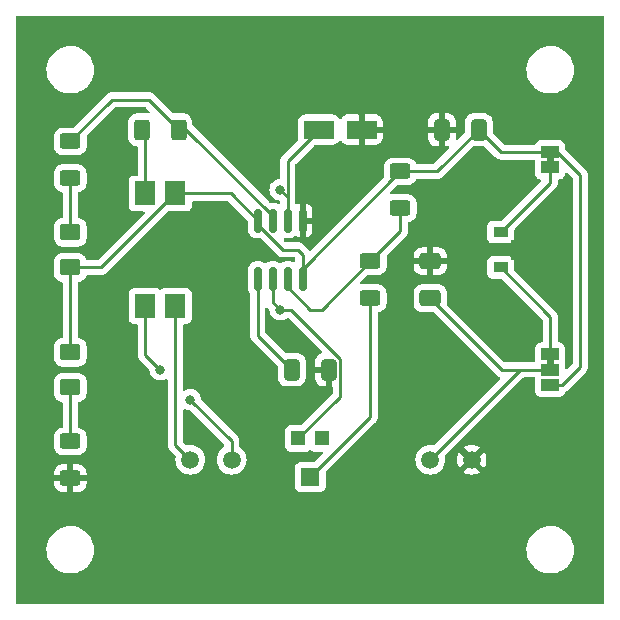
<source format=gtl>
G04 #@! TF.GenerationSoftware,KiCad,Pcbnew,(6.0.6)*
G04 #@! TF.CreationDate,2023-01-14T11:23:39-07:00*
G04 #@! TF.ProjectId,PFCBoard,50464342-6f61-4726-942e-6b696361645f,rev?*
G04 #@! TF.SameCoordinates,Original*
G04 #@! TF.FileFunction,Copper,L1,Top*
G04 #@! TF.FilePolarity,Positive*
%FSLAX46Y46*%
G04 Gerber Fmt 4.6, Leading zero omitted, Abs format (unit mm)*
G04 Created by KiCad (PCBNEW (6.0.6)) date 2023-01-14 11:23:39*
%MOMM*%
%LPD*%
G01*
G04 APERTURE LIST*
G04 Aperture macros list*
%AMRoundRect*
0 Rectangle with rounded corners*
0 $1 Rounding radius*
0 $2 $3 $4 $5 $6 $7 $8 $9 X,Y pos of 4 corners*
0 Add a 4 corners polygon primitive as box body*
4,1,4,$2,$3,$4,$5,$6,$7,$8,$9,$2,$3,0*
0 Add four circle primitives for the rounded corners*
1,1,$1+$1,$2,$3*
1,1,$1+$1,$4,$5*
1,1,$1+$1,$6,$7*
1,1,$1+$1,$8,$9*
0 Add four rect primitives between the rounded corners*
20,1,$1+$1,$2,$3,$4,$5,0*
20,1,$1+$1,$4,$5,$6,$7,0*
20,1,$1+$1,$6,$7,$8,$9,0*
20,1,$1+$1,$8,$9,$2,$3,0*%
%AMFreePoly0*
4,1,9,3.862500,-0.866500,0.737500,-0.866500,0.737500,-0.450000,-0.737500,-0.450000,-0.737500,0.450000,0.737500,0.450000,0.737500,0.866500,3.862500,0.866500,3.862500,-0.866500,3.862500,-0.866500,$1*%
G04 Aperture macros list end*
G04 #@! TA.AperFunction,SMDPad,CuDef*
%ADD10R,1.500000X1.000000*%
G04 #@! TD*
G04 #@! TA.AperFunction,SMDPad,CuDef*
%ADD11RoundRect,0.250000X0.412500X0.650000X-0.412500X0.650000X-0.412500X-0.650000X0.412500X-0.650000X0*%
G04 #@! TD*
G04 #@! TA.AperFunction,SMDPad,CuDef*
%ADD12RoundRect,0.250000X-0.625000X0.400000X-0.625000X-0.400000X0.625000X-0.400000X0.625000X0.400000X0*%
G04 #@! TD*
G04 #@! TA.AperFunction,SMDPad,CuDef*
%ADD13RoundRect,0.250000X0.650000X-0.412500X0.650000X0.412500X-0.650000X0.412500X-0.650000X-0.412500X0*%
G04 #@! TD*
G04 #@! TA.AperFunction,SMDPad,CuDef*
%ADD14R,1.200000X1.200000*%
G04 #@! TD*
G04 #@! TA.AperFunction,SMDPad,CuDef*
%ADD15R,1.600000X1.500000*%
G04 #@! TD*
G04 #@! TA.AperFunction,SMDPad,CuDef*
%ADD16RoundRect,0.250000X-1.050000X-0.550000X1.050000X-0.550000X1.050000X0.550000X-1.050000X0.550000X0*%
G04 #@! TD*
G04 #@! TA.AperFunction,ComponentPad*
%ADD17C,1.500000*%
G04 #@! TD*
G04 #@! TA.AperFunction,SMDPad,CuDef*
%ADD18R,1.780000X2.000000*%
G04 #@! TD*
G04 #@! TA.AperFunction,SMDPad,CuDef*
%ADD19RoundRect,0.250000X0.400000X0.625000X-0.400000X0.625000X-0.400000X-0.625000X0.400000X-0.625000X0*%
G04 #@! TD*
G04 #@! TA.AperFunction,SMDPad,CuDef*
%ADD20RoundRect,0.250001X-0.624999X0.462499X-0.624999X-0.462499X0.624999X-0.462499X0.624999X0.462499X0*%
G04 #@! TD*
G04 #@! TA.AperFunction,SMDPad,CuDef*
%ADD21RoundRect,0.250001X0.624999X-0.462499X0.624999X0.462499X-0.624999X0.462499X-0.624999X-0.462499X0*%
G04 #@! TD*
G04 #@! TA.AperFunction,SMDPad,CuDef*
%ADD22RoundRect,0.150000X-0.150000X0.825000X-0.150000X-0.825000X0.150000X-0.825000X0.150000X0.825000X0*%
G04 #@! TD*
G04 #@! TA.AperFunction,SMDPad,CuDef*
%ADD23R,1.300000X0.900000*%
G04 #@! TD*
G04 #@! TA.AperFunction,SMDPad,CuDef*
%ADD24FreePoly0,0.000000*%
G04 #@! TD*
G04 #@! TA.AperFunction,ViaPad*
%ADD25C,0.800000*%
G04 #@! TD*
G04 #@! TA.AperFunction,Conductor*
%ADD26C,0.250000*%
G04 #@! TD*
G04 APERTURE END LIST*
G36*
X206040000Y-111360000D02*
G01*
X205440000Y-111360000D01*
X205440000Y-110860000D01*
X206040000Y-110860000D01*
X206040000Y-111360000D01*
G37*
G36*
X206040000Y-94230000D02*
G01*
X205440000Y-94230000D01*
X205440000Y-93730000D01*
X206040000Y-93730000D01*
X206040000Y-94230000D01*
G37*
D10*
X205740000Y-110460000D03*
X205740000Y-111760000D03*
X205740000Y-113060000D03*
D11*
X199682500Y-91440000D03*
X196557500Y-91440000D03*
D12*
X165100000Y-117830000D03*
X165100000Y-120930000D03*
X165100000Y-92430000D03*
X165100000Y-95530000D03*
D13*
X195580000Y-105702500D03*
X195580000Y-102577500D03*
D14*
X186420000Y-117580000D03*
D15*
X185420000Y-120830000D03*
D14*
X184420000Y-117580000D03*
D16*
X186160000Y-91440000D03*
X189760000Y-91440000D03*
D17*
X195580000Y-119380000D03*
X199080000Y-119380000D03*
D18*
X173990000Y-96835000D03*
X171450000Y-96835000D03*
X171450000Y-106365000D03*
X173990000Y-106365000D03*
D12*
X193040000Y-94970000D03*
X193040000Y-98070000D03*
D19*
X174270000Y-91440000D03*
X171170000Y-91440000D03*
D20*
X165100000Y-100112500D03*
X165100000Y-103087500D03*
D21*
X165100000Y-113247500D03*
X165100000Y-110272500D03*
D12*
X190500000Y-102590000D03*
X190500000Y-105690000D03*
D17*
X175260000Y-119380000D03*
X178760000Y-119380000D03*
D22*
X184785000Y-99125000D03*
X183515000Y-99125000D03*
X182245000Y-99125000D03*
X180975000Y-99125000D03*
X180975000Y-104075000D03*
X182245000Y-104075000D03*
X183515000Y-104075000D03*
X184785000Y-104075000D03*
D10*
X205740000Y-93330000D03*
X205740000Y-94630000D03*
D11*
X186982500Y-111760000D03*
X183857500Y-111760000D03*
D23*
X201550000Y-100100000D03*
D24*
X201637500Y-101600000D03*
D23*
X201550000Y-103100000D03*
D25*
X182880000Y-106680000D03*
X182880000Y-96520000D03*
X172720000Y-111760000D03*
X175260000Y-114300000D03*
D26*
X187970000Y-114030000D02*
X187970000Y-110871827D01*
X182880000Y-96520000D02*
X183515000Y-97155000D01*
X184420000Y-117580000D02*
X187970000Y-114030000D01*
X183515000Y-97155000D02*
X183515000Y-99125000D01*
X182245000Y-106045000D02*
X182880000Y-106680000D01*
X187970000Y-110871827D02*
X183778173Y-106680000D01*
X183778173Y-106680000D02*
X182880000Y-106680000D01*
X182245000Y-104075000D02*
X182245000Y-106045000D01*
X186160000Y-91440000D02*
X183515000Y-94085000D01*
X183515000Y-94085000D02*
X183515000Y-97155000D01*
X184785000Y-102041751D02*
X184343249Y-101600000D01*
X180975000Y-99125000D02*
X178685000Y-96835000D01*
X193040000Y-94970000D02*
X196152500Y-94970000D01*
X180975000Y-99125000D02*
X180975000Y-99695000D01*
X183073249Y-101600000D02*
X184343249Y-101600000D01*
X167737500Y-103087500D02*
X165100000Y-103087500D01*
X184785000Y-104075000D02*
X184785000Y-102041751D01*
X173990000Y-96835000D02*
X167737500Y-103087500D01*
X201572500Y-93330000D02*
X205740000Y-93330000D01*
X196152500Y-94970000D02*
X199682500Y-91440000D01*
X165100000Y-110272500D02*
X165100000Y-103087500D01*
X178685000Y-96835000D02*
X173990000Y-96835000D01*
X206740000Y-113060000D02*
X208280000Y-111520000D01*
X180975000Y-99501751D02*
X183073249Y-101600000D01*
X199682500Y-91440000D02*
X201572500Y-93330000D01*
X205740000Y-113060000D02*
X206740000Y-113060000D01*
X184785000Y-103225000D02*
X184785000Y-104075000D01*
X208280000Y-111520000D02*
X208280000Y-95270000D01*
X180975000Y-99125000D02*
X180975000Y-99501751D01*
X208280000Y-95270000D02*
X206340000Y-93330000D01*
X206340000Y-93330000D02*
X205740000Y-93330000D01*
X193040000Y-94970000D02*
X184785000Y-103225000D01*
X180975000Y-108877500D02*
X180975000Y-104075000D01*
X183857500Y-111760000D02*
X180975000Y-108877500D01*
X165100000Y-100112500D02*
X165100000Y-95530000D01*
X165100000Y-113247500D02*
X165100000Y-117830000D01*
X186410000Y-106680000D02*
X185420000Y-106680000D01*
X193040000Y-100050000D02*
X193040000Y-98070000D01*
X190500000Y-102590000D02*
X193040000Y-100050000D01*
X183515000Y-104775000D02*
X183515000Y-104075000D01*
X190500000Y-102590000D02*
X186410000Y-106680000D01*
X185420000Y-106680000D02*
X183515000Y-104775000D01*
X190500000Y-105690000D02*
X190500000Y-115750000D01*
X190500000Y-115750000D02*
X185420000Y-120830000D01*
X174270000Y-91440000D02*
X174936751Y-91440000D01*
X182245000Y-98748249D02*
X182245000Y-99125000D01*
X165100000Y-92430000D02*
X168630000Y-88900000D01*
X168630000Y-88900000D02*
X171730000Y-88900000D01*
X174936751Y-91440000D02*
X182245000Y-98748249D01*
X171730000Y-88900000D02*
X174270000Y-91440000D01*
X171450000Y-91720000D02*
X171170000Y-91440000D01*
X171450000Y-96835000D02*
X171450000Y-91720000D01*
X205740000Y-110460000D02*
X205740000Y-107290000D01*
X205740000Y-107290000D02*
X201550000Y-103100000D01*
X201637500Y-111760000D02*
X205740000Y-111760000D01*
X195580000Y-119380000D02*
X203200000Y-111760000D01*
X195580000Y-105702500D02*
X201637500Y-111760000D01*
X203200000Y-111760000D02*
X205740000Y-111760000D01*
X173990000Y-118110000D02*
X175260000Y-119380000D01*
X173990000Y-106365000D02*
X173990000Y-118110000D01*
X178760000Y-119380000D02*
X178760000Y-117800000D01*
X171450000Y-110490000D02*
X172720000Y-111760000D01*
X171450000Y-106365000D02*
X171450000Y-110490000D01*
X178760000Y-117800000D02*
X175260000Y-114300000D01*
X205740000Y-94630000D02*
X205740000Y-95910000D01*
X205740000Y-95910000D02*
X201550000Y-100100000D01*
G04 #@! TA.AperFunction,Conductor*
G36*
X210253621Y-81808502D02*
G01*
X210300114Y-81862158D01*
X210311500Y-81914500D01*
X210311500Y-131445500D01*
X210291498Y-131513621D01*
X210237842Y-131560114D01*
X210185500Y-131571500D01*
X160654500Y-131571500D01*
X160586379Y-131551498D01*
X160539886Y-131497842D01*
X160528500Y-131445500D01*
X160528500Y-126929733D01*
X163087822Y-126929733D01*
X163097625Y-127210458D01*
X163098387Y-127214781D01*
X163098388Y-127214788D01*
X163122164Y-127349624D01*
X163146402Y-127487087D01*
X163233203Y-127754235D01*
X163356340Y-128006702D01*
X163358795Y-128010341D01*
X163358798Y-128010347D01*
X163431890Y-128118710D01*
X163513415Y-128239576D01*
X163701371Y-128448322D01*
X163916550Y-128628879D01*
X164154764Y-128777731D01*
X164411375Y-128891982D01*
X164681390Y-128969407D01*
X164685740Y-128970018D01*
X164685743Y-128970019D01*
X164788690Y-128984487D01*
X164959552Y-129008500D01*
X165170146Y-129008500D01*
X165172332Y-129008347D01*
X165172336Y-129008347D01*
X165375827Y-128994118D01*
X165375832Y-128994117D01*
X165380212Y-128993811D01*
X165654970Y-128935409D01*
X165659099Y-128933906D01*
X165659103Y-128933905D01*
X165914781Y-128840846D01*
X165914785Y-128840844D01*
X165918926Y-128839337D01*
X166166942Y-128707464D01*
X166271896Y-128631211D01*
X166390629Y-128544947D01*
X166390632Y-128544944D01*
X166394192Y-128542358D01*
X166596252Y-128347231D01*
X166769188Y-128125882D01*
X166771384Y-128122078D01*
X166771389Y-128122071D01*
X166907435Y-127886431D01*
X166909636Y-127882619D01*
X167014862Y-127622176D01*
X167048544Y-127487087D01*
X167081753Y-127353893D01*
X167081754Y-127353888D01*
X167082817Y-127349624D01*
X167112178Y-127070267D01*
X167107271Y-126929733D01*
X203727822Y-126929733D01*
X203737625Y-127210458D01*
X203738387Y-127214781D01*
X203738388Y-127214788D01*
X203762164Y-127349624D01*
X203786402Y-127487087D01*
X203873203Y-127754235D01*
X203996340Y-128006702D01*
X203998795Y-128010341D01*
X203998798Y-128010347D01*
X204071890Y-128118710D01*
X204153415Y-128239576D01*
X204341371Y-128448322D01*
X204556550Y-128628879D01*
X204794764Y-128777731D01*
X205051375Y-128891982D01*
X205321390Y-128969407D01*
X205325740Y-128970018D01*
X205325743Y-128970019D01*
X205428690Y-128984487D01*
X205599552Y-129008500D01*
X205810146Y-129008500D01*
X205812332Y-129008347D01*
X205812336Y-129008347D01*
X206015827Y-128994118D01*
X206015832Y-128994117D01*
X206020212Y-128993811D01*
X206294970Y-128935409D01*
X206299099Y-128933906D01*
X206299103Y-128933905D01*
X206554781Y-128840846D01*
X206554785Y-128840844D01*
X206558926Y-128839337D01*
X206806942Y-128707464D01*
X206911896Y-128631211D01*
X207030629Y-128544947D01*
X207030632Y-128544944D01*
X207034192Y-128542358D01*
X207236252Y-128347231D01*
X207409188Y-128125882D01*
X207411384Y-128122078D01*
X207411389Y-128122071D01*
X207547435Y-127886431D01*
X207549636Y-127882619D01*
X207654862Y-127622176D01*
X207688544Y-127487087D01*
X207721753Y-127353893D01*
X207721754Y-127353888D01*
X207722817Y-127349624D01*
X207752178Y-127070267D01*
X207742375Y-126789542D01*
X207718608Y-126654749D01*
X207694360Y-126517236D01*
X207693598Y-126512913D01*
X207606797Y-126245765D01*
X207483660Y-125993298D01*
X207481205Y-125989659D01*
X207481202Y-125989653D01*
X207400935Y-125870653D01*
X207326585Y-125760424D01*
X207138629Y-125551678D01*
X206923450Y-125371121D01*
X206685236Y-125222269D01*
X206428625Y-125108018D01*
X206158610Y-125030593D01*
X206154260Y-125029982D01*
X206154257Y-125029981D01*
X206051310Y-125015513D01*
X205880448Y-124991500D01*
X205669854Y-124991500D01*
X205667668Y-124991653D01*
X205667664Y-124991653D01*
X205464173Y-125005882D01*
X205464168Y-125005883D01*
X205459788Y-125006189D01*
X205185030Y-125064591D01*
X205180901Y-125066094D01*
X205180897Y-125066095D01*
X204925219Y-125159154D01*
X204925215Y-125159156D01*
X204921074Y-125160663D01*
X204673058Y-125292536D01*
X204669499Y-125295122D01*
X204669497Y-125295123D01*
X204564895Y-125371121D01*
X204445808Y-125457642D01*
X204243748Y-125652769D01*
X204070812Y-125874118D01*
X204068616Y-125877922D01*
X204068611Y-125877929D01*
X203954794Y-126075067D01*
X203930364Y-126117381D01*
X203825138Y-126377824D01*
X203824073Y-126382097D01*
X203824072Y-126382099D01*
X203790379Y-126517236D01*
X203757183Y-126650376D01*
X203727822Y-126929733D01*
X167107271Y-126929733D01*
X167102375Y-126789542D01*
X167078608Y-126654749D01*
X167054360Y-126517236D01*
X167053598Y-126512913D01*
X166966797Y-126245765D01*
X166843660Y-125993298D01*
X166841205Y-125989659D01*
X166841202Y-125989653D01*
X166760935Y-125870653D01*
X166686585Y-125760424D01*
X166498629Y-125551678D01*
X166283450Y-125371121D01*
X166045236Y-125222269D01*
X165788625Y-125108018D01*
X165518610Y-125030593D01*
X165514260Y-125029982D01*
X165514257Y-125029981D01*
X165411310Y-125015513D01*
X165240448Y-124991500D01*
X165029854Y-124991500D01*
X165027668Y-124991653D01*
X165027664Y-124991653D01*
X164824173Y-125005882D01*
X164824168Y-125005883D01*
X164819788Y-125006189D01*
X164545030Y-125064591D01*
X164540901Y-125066094D01*
X164540897Y-125066095D01*
X164285219Y-125159154D01*
X164285215Y-125159156D01*
X164281074Y-125160663D01*
X164033058Y-125292536D01*
X164029499Y-125295122D01*
X164029497Y-125295123D01*
X163924895Y-125371121D01*
X163805808Y-125457642D01*
X163603748Y-125652769D01*
X163430812Y-125874118D01*
X163428616Y-125877922D01*
X163428611Y-125877929D01*
X163314794Y-126075067D01*
X163290364Y-126117381D01*
X163185138Y-126377824D01*
X163184073Y-126382097D01*
X163184072Y-126382099D01*
X163150379Y-126517236D01*
X163117183Y-126650376D01*
X163087822Y-126929733D01*
X160528500Y-126929733D01*
X160528500Y-121377095D01*
X163717001Y-121377095D01*
X163717338Y-121383614D01*
X163727257Y-121479206D01*
X163730149Y-121492600D01*
X163781588Y-121646784D01*
X163787761Y-121659962D01*
X163873063Y-121797807D01*
X163882099Y-121809208D01*
X163996829Y-121923739D01*
X164008240Y-121932751D01*
X164146243Y-122017816D01*
X164159424Y-122023963D01*
X164313710Y-122075138D01*
X164327086Y-122078005D01*
X164421438Y-122087672D01*
X164427854Y-122088000D01*
X164827885Y-122088000D01*
X164843124Y-122083525D01*
X164844329Y-122082135D01*
X164846000Y-122074452D01*
X164846000Y-122069884D01*
X165354000Y-122069884D01*
X165358475Y-122085123D01*
X165359865Y-122086328D01*
X165367548Y-122087999D01*
X165772095Y-122087999D01*
X165778614Y-122087662D01*
X165874206Y-122077743D01*
X165887600Y-122074851D01*
X166041784Y-122023412D01*
X166054962Y-122017239D01*
X166192807Y-121931937D01*
X166204208Y-121922901D01*
X166318739Y-121808171D01*
X166327751Y-121796760D01*
X166412816Y-121658757D01*
X166418963Y-121645576D01*
X166470138Y-121491290D01*
X166473005Y-121477914D01*
X166482672Y-121383562D01*
X166483000Y-121377146D01*
X166483000Y-121202115D01*
X166478525Y-121186876D01*
X166477135Y-121185671D01*
X166469452Y-121184000D01*
X165372115Y-121184000D01*
X165356876Y-121188475D01*
X165355671Y-121189865D01*
X165354000Y-121197548D01*
X165354000Y-122069884D01*
X164846000Y-122069884D01*
X164846000Y-121202115D01*
X164841525Y-121186876D01*
X164840135Y-121185671D01*
X164832452Y-121184000D01*
X163735116Y-121184000D01*
X163719877Y-121188475D01*
X163718672Y-121189865D01*
X163717001Y-121197548D01*
X163717001Y-121377095D01*
X160528500Y-121377095D01*
X160528500Y-120657885D01*
X163717000Y-120657885D01*
X163721475Y-120673124D01*
X163722865Y-120674329D01*
X163730548Y-120676000D01*
X164827885Y-120676000D01*
X164843124Y-120671525D01*
X164844329Y-120670135D01*
X164846000Y-120662452D01*
X164846000Y-120657885D01*
X165354000Y-120657885D01*
X165358475Y-120673124D01*
X165359865Y-120674329D01*
X165367548Y-120676000D01*
X166464884Y-120676000D01*
X166480123Y-120671525D01*
X166481328Y-120670135D01*
X166482999Y-120662452D01*
X166482999Y-120482905D01*
X166482662Y-120476386D01*
X166472743Y-120380794D01*
X166469851Y-120367400D01*
X166418412Y-120213216D01*
X166412239Y-120200038D01*
X166326937Y-120062193D01*
X166317901Y-120050792D01*
X166203171Y-119936261D01*
X166191760Y-119927249D01*
X166053757Y-119842184D01*
X166040576Y-119836037D01*
X165886290Y-119784862D01*
X165872914Y-119781995D01*
X165778562Y-119772328D01*
X165772145Y-119772000D01*
X165372115Y-119772000D01*
X165356876Y-119776475D01*
X165355671Y-119777865D01*
X165354000Y-119785548D01*
X165354000Y-120657885D01*
X164846000Y-120657885D01*
X164846000Y-119790116D01*
X164841525Y-119774877D01*
X164840135Y-119773672D01*
X164832452Y-119772001D01*
X164427905Y-119772001D01*
X164421386Y-119772338D01*
X164325794Y-119782257D01*
X164312400Y-119785149D01*
X164158216Y-119836588D01*
X164145038Y-119842761D01*
X164007193Y-119928063D01*
X163995792Y-119937099D01*
X163881261Y-120051829D01*
X163872249Y-120063240D01*
X163787184Y-120201243D01*
X163781037Y-120214424D01*
X163729862Y-120368710D01*
X163726995Y-120382086D01*
X163717328Y-120476438D01*
X163717000Y-120482855D01*
X163717000Y-120657885D01*
X160528500Y-120657885D01*
X160528500Y-118280400D01*
X163716500Y-118280400D01*
X163716837Y-118283646D01*
X163716837Y-118283650D01*
X163725132Y-118363593D01*
X163727474Y-118386166D01*
X163729655Y-118392702D01*
X163729655Y-118392704D01*
X163770684Y-118515683D01*
X163783450Y-118553946D01*
X163876522Y-118704348D01*
X164001697Y-118829305D01*
X164007927Y-118833145D01*
X164007928Y-118833146D01*
X164145090Y-118917694D01*
X164152262Y-118922115D01*
X164230074Y-118947924D01*
X164313611Y-118975632D01*
X164313613Y-118975632D01*
X164320139Y-118977797D01*
X164326975Y-118978497D01*
X164326978Y-118978498D01*
X164370031Y-118982909D01*
X164424600Y-118988500D01*
X165775400Y-118988500D01*
X165778646Y-118988163D01*
X165778650Y-118988163D01*
X165874308Y-118978238D01*
X165874312Y-118978237D01*
X165881166Y-118977526D01*
X165887702Y-118975345D01*
X165887704Y-118975345D01*
X166019806Y-118931272D01*
X166048946Y-118921550D01*
X166199348Y-118828478D01*
X166324305Y-118703303D01*
X166328146Y-118697072D01*
X166413275Y-118558968D01*
X166413276Y-118558966D01*
X166417115Y-118552738D01*
X166461707Y-118418297D01*
X166470632Y-118391389D01*
X166470632Y-118391387D01*
X166472797Y-118384861D01*
X166483500Y-118280400D01*
X166483500Y-117379600D01*
X166472526Y-117273834D01*
X166416550Y-117106054D01*
X166323478Y-116955652D01*
X166198303Y-116830695D01*
X166192072Y-116826854D01*
X166053968Y-116741725D01*
X166053966Y-116741724D01*
X166047738Y-116737885D01*
X165887254Y-116684655D01*
X165886389Y-116684368D01*
X165886387Y-116684368D01*
X165879861Y-116682203D01*
X165873023Y-116681502D01*
X165873021Y-116681502D01*
X165846658Y-116678801D01*
X165780930Y-116651960D01*
X165740148Y-116593845D01*
X165733500Y-116553457D01*
X165733500Y-114586450D01*
X165753502Y-114518329D01*
X165807158Y-114471836D01*
X165846496Y-114461123D01*
X165852780Y-114460471D01*
X165874306Y-114458238D01*
X165874309Y-114458237D01*
X165881165Y-114457526D01*
X165887701Y-114455345D01*
X165887703Y-114455345D01*
X166037642Y-114405321D01*
X166048945Y-114401550D01*
X166199348Y-114308478D01*
X166324305Y-114183303D01*
X166335910Y-114164476D01*
X166413275Y-114038968D01*
X166413276Y-114038966D01*
X166417115Y-114032738D01*
X166472797Y-113864861D01*
X166483500Y-113760400D01*
X166483500Y-112734600D01*
X166476642Y-112668500D01*
X166473238Y-112635693D01*
X166473237Y-112635689D01*
X166472526Y-112628835D01*
X166453765Y-112572600D01*
X166418868Y-112468003D01*
X166416550Y-112461055D01*
X166323478Y-112310652D01*
X166198303Y-112185695D01*
X166192072Y-112181854D01*
X166053968Y-112096725D01*
X166053966Y-112096724D01*
X166047738Y-112092885D01*
X165887254Y-112039655D01*
X165886389Y-112039368D01*
X165886387Y-112039368D01*
X165879861Y-112037203D01*
X165873025Y-112036503D01*
X165873022Y-112036502D01*
X165829969Y-112032091D01*
X165775400Y-112026500D01*
X164424600Y-112026500D01*
X164421354Y-112026837D01*
X164421350Y-112026837D01*
X164325693Y-112036762D01*
X164325689Y-112036763D01*
X164318835Y-112037474D01*
X164312299Y-112039655D01*
X164312297Y-112039655D01*
X164180195Y-112083728D01*
X164151055Y-112093450D01*
X164000652Y-112186522D01*
X163875695Y-112311697D01*
X163871855Y-112317927D01*
X163871854Y-112317928D01*
X163797307Y-112438866D01*
X163782885Y-112462262D01*
X163756436Y-112542005D01*
X163731248Y-112617945D01*
X163727203Y-112630139D01*
X163726503Y-112636975D01*
X163726502Y-112636978D01*
X163722091Y-112680031D01*
X163716500Y-112734600D01*
X163716500Y-113760400D01*
X163716837Y-113763646D01*
X163716837Y-113763650D01*
X163721305Y-113806705D01*
X163727474Y-113866165D01*
X163729655Y-113872701D01*
X163729655Y-113872703D01*
X163746523Y-113923261D01*
X163783450Y-114033945D01*
X163876522Y-114184348D01*
X163881704Y-114189521D01*
X163907647Y-114215419D01*
X164001697Y-114309305D01*
X164007927Y-114313145D01*
X164007928Y-114313146D01*
X164145090Y-114397694D01*
X164152262Y-114402115D01*
X164232005Y-114428564D01*
X164313611Y-114455632D01*
X164313613Y-114455632D01*
X164320139Y-114457797D01*
X164326977Y-114458498D01*
X164326979Y-114458498D01*
X164353342Y-114461199D01*
X164419070Y-114488040D01*
X164459852Y-114546155D01*
X164466500Y-114586543D01*
X164466500Y-116553550D01*
X164446498Y-116621671D01*
X164392842Y-116668164D01*
X164353504Y-116678877D01*
X164345865Y-116679669D01*
X164325692Y-116681762D01*
X164325688Y-116681763D01*
X164318834Y-116682474D01*
X164312298Y-116684655D01*
X164312296Y-116684655D01*
X164188044Y-116726109D01*
X164151054Y-116738450D01*
X164000652Y-116831522D01*
X163875695Y-116956697D01*
X163782885Y-117107262D01*
X163727203Y-117275139D01*
X163716500Y-117379600D01*
X163716500Y-118280400D01*
X160528500Y-118280400D01*
X160528500Y-110785400D01*
X163716500Y-110785400D01*
X163716837Y-110788646D01*
X163716837Y-110788650D01*
X163726457Y-110881362D01*
X163727474Y-110891165D01*
X163729655Y-110897701D01*
X163729655Y-110897703D01*
X163753719Y-110969832D01*
X163783450Y-111058945D01*
X163876522Y-111209348D01*
X164001697Y-111334305D01*
X164007927Y-111338145D01*
X164007928Y-111338146D01*
X164145090Y-111422694D01*
X164152262Y-111427115D01*
X164215226Y-111447999D01*
X164313611Y-111480632D01*
X164313613Y-111480632D01*
X164320139Y-111482797D01*
X164326975Y-111483497D01*
X164326978Y-111483498D01*
X164369798Y-111487885D01*
X164424600Y-111493500D01*
X165775400Y-111493500D01*
X165778646Y-111493163D01*
X165778650Y-111493163D01*
X165874307Y-111483238D01*
X165874311Y-111483237D01*
X165881165Y-111482526D01*
X165887701Y-111480345D01*
X165887703Y-111480345D01*
X166019805Y-111436272D01*
X166048945Y-111426550D01*
X166199348Y-111333478D01*
X166324305Y-111208303D01*
X166355596Y-111157540D01*
X166413275Y-111063968D01*
X166413276Y-111063966D01*
X166417115Y-111057738D01*
X166446973Y-110967718D01*
X166470632Y-110896389D01*
X166470632Y-110896387D01*
X166472797Y-110889861D01*
X166474368Y-110874535D01*
X166479742Y-110822074D01*
X166483500Y-110785400D01*
X166483500Y-109759600D01*
X166479568Y-109721703D01*
X166473238Y-109660693D01*
X166473237Y-109660689D01*
X166472526Y-109653835D01*
X166416550Y-109486055D01*
X166323478Y-109335652D01*
X166198303Y-109210695D01*
X166192072Y-109206854D01*
X166053968Y-109121725D01*
X166053966Y-109121724D01*
X166047738Y-109117885D01*
X165959573Y-109088642D01*
X165886389Y-109064368D01*
X165886387Y-109064368D01*
X165879861Y-109062203D01*
X165873023Y-109061502D01*
X165873021Y-109061502D01*
X165846658Y-109058801D01*
X165780930Y-109031960D01*
X165740148Y-108973845D01*
X165733500Y-108933457D01*
X165733500Y-107413134D01*
X170051500Y-107413134D01*
X170058255Y-107475316D01*
X170109385Y-107611705D01*
X170196739Y-107728261D01*
X170313295Y-107815615D01*
X170449684Y-107866745D01*
X170511866Y-107873500D01*
X170690500Y-107873500D01*
X170758621Y-107893502D01*
X170805114Y-107947158D01*
X170816500Y-107999500D01*
X170816500Y-110411233D01*
X170815973Y-110422416D01*
X170814298Y-110429909D01*
X170814547Y-110437835D01*
X170814547Y-110437836D01*
X170816438Y-110497986D01*
X170816500Y-110501945D01*
X170816500Y-110529856D01*
X170816997Y-110533790D01*
X170816997Y-110533791D01*
X170817005Y-110533856D01*
X170817938Y-110545693D01*
X170819327Y-110589889D01*
X170822495Y-110600793D01*
X170824978Y-110609339D01*
X170828987Y-110628700D01*
X170831526Y-110648797D01*
X170834445Y-110656168D01*
X170834445Y-110656170D01*
X170847804Y-110689912D01*
X170851649Y-110701142D01*
X170863982Y-110743593D01*
X170868015Y-110750412D01*
X170868017Y-110750417D01*
X170874293Y-110761028D01*
X170882988Y-110778776D01*
X170890448Y-110797617D01*
X170895110Y-110804033D01*
X170895110Y-110804034D01*
X170916436Y-110833387D01*
X170922952Y-110843307D01*
X170945458Y-110881362D01*
X170959779Y-110895683D01*
X170972619Y-110910716D01*
X170984528Y-110927107D01*
X171012920Y-110950595D01*
X171018605Y-110955298D01*
X171027384Y-110963288D01*
X171772878Y-111708782D01*
X171806904Y-111771094D01*
X171809092Y-111784703D01*
X171826458Y-111949928D01*
X171885473Y-112131556D01*
X171888776Y-112137278D01*
X171888777Y-112137279D01*
X171905947Y-112167018D01*
X171980960Y-112296944D01*
X171985378Y-112301851D01*
X171985379Y-112301852D01*
X172072149Y-112398220D01*
X172108747Y-112438866D01*
X172263248Y-112551118D01*
X172269276Y-112553802D01*
X172269278Y-112553803D01*
X172431681Y-112626109D01*
X172437712Y-112628794D01*
X172531112Y-112648647D01*
X172618056Y-112667128D01*
X172618061Y-112667128D01*
X172624513Y-112668500D01*
X172815487Y-112668500D01*
X172821939Y-112667128D01*
X172821944Y-112667128D01*
X172908888Y-112648647D01*
X173002288Y-112628794D01*
X173013930Y-112623611D01*
X173176752Y-112551118D01*
X173177677Y-112553196D01*
X173236488Y-112538924D01*
X173303581Y-112562141D01*
X173347472Y-112617945D01*
X173356500Y-112664782D01*
X173356500Y-118031233D01*
X173355973Y-118042416D01*
X173354298Y-118049909D01*
X173354547Y-118057835D01*
X173354547Y-118057836D01*
X173356438Y-118117986D01*
X173356500Y-118121945D01*
X173356500Y-118149856D01*
X173356997Y-118153790D01*
X173356997Y-118153791D01*
X173357005Y-118153856D01*
X173357938Y-118165693D01*
X173359327Y-118209889D01*
X173362743Y-118221646D01*
X173364978Y-118229339D01*
X173368987Y-118248700D01*
X173371526Y-118268797D01*
X173374445Y-118276168D01*
X173374445Y-118276170D01*
X173387804Y-118309912D01*
X173391649Y-118321142D01*
X173403982Y-118363593D01*
X173408015Y-118370412D01*
X173408017Y-118370417D01*
X173414293Y-118381028D01*
X173422988Y-118398776D01*
X173430448Y-118417617D01*
X173435110Y-118424033D01*
X173435110Y-118424034D01*
X173456436Y-118453387D01*
X173462952Y-118463307D01*
X173485458Y-118501362D01*
X173499779Y-118515683D01*
X173512619Y-118530716D01*
X173524528Y-118547107D01*
X173545027Y-118564065D01*
X173558605Y-118575298D01*
X173567384Y-118583288D01*
X173991672Y-119007576D01*
X174025698Y-119069888D01*
X174024284Y-119129281D01*
X174017309Y-119155312D01*
X174017308Y-119155319D01*
X174015885Y-119160629D01*
X173996693Y-119380000D01*
X174015885Y-119599371D01*
X174072880Y-119812076D01*
X174086920Y-119842184D01*
X174163618Y-120006666D01*
X174163621Y-120006671D01*
X174165944Y-120011653D01*
X174169100Y-120016160D01*
X174169101Y-120016162D01*
X174202066Y-120063240D01*
X174292251Y-120192038D01*
X174447962Y-120347749D01*
X174452471Y-120350906D01*
X174452473Y-120350908D01*
X174495155Y-120380794D01*
X174628346Y-120474056D01*
X174827924Y-120567120D01*
X175040629Y-120624115D01*
X175260000Y-120643307D01*
X175479371Y-120624115D01*
X175692076Y-120567120D01*
X175891654Y-120474056D01*
X176024845Y-120380794D01*
X176067527Y-120350908D01*
X176067529Y-120350906D01*
X176072038Y-120347749D01*
X176227749Y-120192038D01*
X176317935Y-120063240D01*
X176350899Y-120016162D01*
X176350900Y-120016160D01*
X176354056Y-120011653D01*
X176356379Y-120006671D01*
X176356382Y-120006666D01*
X176433080Y-119842184D01*
X176447120Y-119812076D01*
X176504115Y-119599371D01*
X176523307Y-119380000D01*
X176504115Y-119160629D01*
X176447120Y-118947924D01*
X176389005Y-118823296D01*
X176356382Y-118753334D01*
X176356379Y-118753329D01*
X176354056Y-118748347D01*
X176322516Y-118703303D01*
X176230908Y-118572473D01*
X176230906Y-118572470D01*
X176227749Y-118567962D01*
X176072038Y-118412251D01*
X176039637Y-118389563D01*
X175954342Y-118329839D01*
X175891654Y-118285944D01*
X175692076Y-118192880D01*
X175479371Y-118135885D01*
X175260000Y-118116693D01*
X175040629Y-118135885D01*
X175025444Y-118139954D01*
X175009283Y-118144284D01*
X174938306Y-118142594D01*
X174887577Y-118111672D01*
X174660405Y-117884500D01*
X174626379Y-117822188D01*
X174623500Y-117795405D01*
X174623500Y-115204782D01*
X174643502Y-115136661D01*
X174697158Y-115090168D01*
X174767432Y-115080064D01*
X174802730Y-115092282D01*
X174803248Y-115091118D01*
X174977712Y-115168794D01*
X175071112Y-115188647D01*
X175158056Y-115207128D01*
X175158061Y-115207128D01*
X175164513Y-115208500D01*
X175220406Y-115208500D01*
X175288527Y-115228502D01*
X175309501Y-115245405D01*
X178089595Y-118025499D01*
X178123621Y-118087811D01*
X178126500Y-118114594D01*
X178126500Y-118221646D01*
X178106498Y-118289767D01*
X178072772Y-118324858D01*
X178048849Y-118341609D01*
X177952473Y-118409092D01*
X177952470Y-118409094D01*
X177947962Y-118412251D01*
X177792251Y-118567962D01*
X177789094Y-118572470D01*
X177789092Y-118572473D01*
X177697484Y-118703303D01*
X177665944Y-118748347D01*
X177663621Y-118753329D01*
X177663618Y-118753334D01*
X177630995Y-118823296D01*
X177572880Y-118947924D01*
X177515885Y-119160629D01*
X177496693Y-119380000D01*
X177515885Y-119599371D01*
X177572880Y-119812076D01*
X177586920Y-119842184D01*
X177663618Y-120006666D01*
X177663621Y-120006671D01*
X177665944Y-120011653D01*
X177669100Y-120016160D01*
X177669101Y-120016162D01*
X177702066Y-120063240D01*
X177792251Y-120192038D01*
X177947962Y-120347749D01*
X177952471Y-120350906D01*
X177952473Y-120350908D01*
X177995155Y-120380794D01*
X178128346Y-120474056D01*
X178327924Y-120567120D01*
X178540629Y-120624115D01*
X178760000Y-120643307D01*
X178979371Y-120624115D01*
X179192076Y-120567120D01*
X179391654Y-120474056D01*
X179524845Y-120380794D01*
X179567527Y-120350908D01*
X179567529Y-120350906D01*
X179572038Y-120347749D01*
X179727749Y-120192038D01*
X179817935Y-120063240D01*
X179850899Y-120016162D01*
X179850900Y-120016160D01*
X179854056Y-120011653D01*
X179856379Y-120006671D01*
X179856382Y-120006666D01*
X179933080Y-119842184D01*
X179947120Y-119812076D01*
X180004115Y-119599371D01*
X180023307Y-119380000D01*
X180004115Y-119160629D01*
X179947120Y-118947924D01*
X179889005Y-118823296D01*
X179856382Y-118753334D01*
X179856379Y-118753329D01*
X179854056Y-118748347D01*
X179822516Y-118703303D01*
X179730908Y-118572473D01*
X179730906Y-118572470D01*
X179727749Y-118567962D01*
X179572038Y-118412251D01*
X179567530Y-118409094D01*
X179567527Y-118409092D01*
X179471151Y-118341609D01*
X179447228Y-118324858D01*
X179402901Y-118269402D01*
X179393500Y-118221646D01*
X179393500Y-117878763D01*
X179394027Y-117867579D01*
X179395701Y-117860091D01*
X179393562Y-117792032D01*
X179393500Y-117788075D01*
X179393500Y-117760144D01*
X179392994Y-117756138D01*
X179392061Y-117744292D01*
X179390922Y-117708037D01*
X179390673Y-117700110D01*
X179385022Y-117680658D01*
X179381014Y-117661306D01*
X179379468Y-117649068D01*
X179379467Y-117649066D01*
X179378474Y-117641203D01*
X179362194Y-117600086D01*
X179358359Y-117588885D01*
X179346018Y-117546406D01*
X179341985Y-117539587D01*
X179341983Y-117539582D01*
X179335707Y-117528971D01*
X179327010Y-117511221D01*
X179319552Y-117492383D01*
X179293571Y-117456623D01*
X179287053Y-117446701D01*
X179268578Y-117415460D01*
X179268574Y-117415455D01*
X179264542Y-117408637D01*
X179250218Y-117394313D01*
X179237376Y-117379278D01*
X179225472Y-117362893D01*
X179191406Y-117334711D01*
X179182627Y-117326722D01*
X176207122Y-114351217D01*
X176173096Y-114288905D01*
X176170907Y-114275292D01*
X176154232Y-114116635D01*
X176154232Y-114116633D01*
X176153542Y-114110072D01*
X176094527Y-113928444D01*
X175999040Y-113763056D01*
X175893209Y-113645518D01*
X175875675Y-113626045D01*
X175875674Y-113626044D01*
X175871253Y-113621134D01*
X175716752Y-113508882D01*
X175710724Y-113506198D01*
X175710722Y-113506197D01*
X175548319Y-113433891D01*
X175548318Y-113433891D01*
X175542288Y-113431206D01*
X175448887Y-113411353D01*
X175361944Y-113392872D01*
X175361939Y-113392872D01*
X175355487Y-113391500D01*
X175164513Y-113391500D01*
X175158061Y-113392872D01*
X175158056Y-113392872D01*
X175071113Y-113411353D01*
X174977712Y-113431206D01*
X174971682Y-113433891D01*
X174971681Y-113433891D01*
X174842525Y-113491395D01*
X174803248Y-113508882D01*
X174802323Y-113506804D01*
X174743512Y-113521076D01*
X174676419Y-113497859D01*
X174632528Y-113442055D01*
X174623500Y-113395218D01*
X174623500Y-107999500D01*
X174643502Y-107931379D01*
X174697158Y-107884886D01*
X174749500Y-107873500D01*
X174928134Y-107873500D01*
X174990316Y-107866745D01*
X175126705Y-107815615D01*
X175243261Y-107728261D01*
X175330615Y-107611705D01*
X175381745Y-107475316D01*
X175388500Y-107413134D01*
X175388500Y-105316866D01*
X175381745Y-105254684D01*
X175330615Y-105118295D01*
X175243261Y-105001739D01*
X175126705Y-104914385D01*
X174990316Y-104863255D01*
X174928134Y-104856500D01*
X173051866Y-104856500D01*
X172989684Y-104863255D01*
X172853295Y-104914385D01*
X172846110Y-104919770D01*
X172846108Y-104919771D01*
X172795565Y-104957651D01*
X172729058Y-104982499D01*
X172659676Y-104967446D01*
X172644435Y-104957651D01*
X172593892Y-104919771D01*
X172593890Y-104919770D01*
X172586705Y-104914385D01*
X172450316Y-104863255D01*
X172388134Y-104856500D01*
X170511866Y-104856500D01*
X170449684Y-104863255D01*
X170313295Y-104914385D01*
X170196739Y-105001739D01*
X170109385Y-105118295D01*
X170058255Y-105254684D01*
X170051500Y-105316866D01*
X170051500Y-107413134D01*
X165733500Y-107413134D01*
X165733500Y-104426450D01*
X165753502Y-104358329D01*
X165807158Y-104311836D01*
X165846496Y-104301123D01*
X165852780Y-104300471D01*
X165874306Y-104298238D01*
X165874309Y-104298237D01*
X165881165Y-104297526D01*
X165887701Y-104295345D01*
X165887703Y-104295345D01*
X166019805Y-104251272D01*
X166048945Y-104241550D01*
X166199348Y-104148478D01*
X166324305Y-104023303D01*
X166417115Y-103872738D01*
X166438809Y-103807333D01*
X166479240Y-103748973D01*
X166544804Y-103721736D01*
X166558402Y-103721000D01*
X167658733Y-103721000D01*
X167669916Y-103721527D01*
X167677409Y-103723202D01*
X167685335Y-103722953D01*
X167685336Y-103722953D01*
X167745486Y-103721062D01*
X167749445Y-103721000D01*
X167777356Y-103721000D01*
X167781291Y-103720503D01*
X167781356Y-103720495D01*
X167793193Y-103719562D01*
X167825451Y-103718548D01*
X167829470Y-103718422D01*
X167837389Y-103718173D01*
X167856843Y-103712521D01*
X167876200Y-103708513D01*
X167888430Y-103706968D01*
X167888431Y-103706968D01*
X167896297Y-103705974D01*
X167903668Y-103703055D01*
X167903670Y-103703055D01*
X167937412Y-103689696D01*
X167948642Y-103685851D01*
X167983483Y-103675729D01*
X167983484Y-103675729D01*
X167991093Y-103673518D01*
X167997912Y-103669485D01*
X167997917Y-103669483D01*
X168008528Y-103663207D01*
X168026276Y-103654512D01*
X168045117Y-103647052D01*
X168080887Y-103621064D01*
X168090807Y-103614548D01*
X168122035Y-103596080D01*
X168122038Y-103596078D01*
X168128862Y-103592042D01*
X168143183Y-103577721D01*
X168158217Y-103564880D01*
X168168194Y-103557631D01*
X168174607Y-103552972D01*
X168202798Y-103518895D01*
X168210788Y-103510116D01*
X173340499Y-98380405D01*
X173402811Y-98346379D01*
X173429594Y-98343500D01*
X174928134Y-98343500D01*
X174990316Y-98336745D01*
X175126705Y-98285615D01*
X175243261Y-98198261D01*
X175330615Y-98081705D01*
X175381745Y-97945316D01*
X175388500Y-97883134D01*
X175388500Y-97594500D01*
X175408502Y-97526379D01*
X175462158Y-97479886D01*
X175514500Y-97468500D01*
X178370406Y-97468500D01*
X178438527Y-97488502D01*
X178459501Y-97505405D01*
X180129595Y-99175500D01*
X180163621Y-99237812D01*
X180166500Y-99264595D01*
X180166500Y-100016502D01*
X180166693Y-100018950D01*
X180166693Y-100018958D01*
X180168927Y-100047333D01*
X180169438Y-100053831D01*
X180189272Y-100122101D01*
X180213586Y-100205790D01*
X180215855Y-100213601D01*
X180219892Y-100220427D01*
X180296509Y-100349980D01*
X180296511Y-100349983D01*
X180300547Y-100356807D01*
X180418193Y-100474453D01*
X180425016Y-100478488D01*
X180425020Y-100478491D01*
X180448426Y-100492333D01*
X180561399Y-100559145D01*
X180569010Y-100561356D01*
X180569012Y-100561357D01*
X180621231Y-100576528D01*
X180721169Y-100605562D01*
X180727574Y-100606066D01*
X180727579Y-100606067D01*
X180756042Y-100608307D01*
X180756050Y-100608307D01*
X180758498Y-100608500D01*
X181133655Y-100608500D01*
X181201776Y-100628502D01*
X181222750Y-100645405D01*
X182569592Y-101992247D01*
X182577136Y-102000537D01*
X182581249Y-102007018D01*
X182587026Y-102012443D01*
X182630916Y-102053658D01*
X182633758Y-102056413D01*
X182653479Y-102076134D01*
X182656674Y-102078612D01*
X182665696Y-102086318D01*
X182697928Y-102116586D01*
X182704877Y-102120406D01*
X182715681Y-102126346D01*
X182732205Y-102137199D01*
X182748208Y-102149613D01*
X182788792Y-102167176D01*
X182799422Y-102172383D01*
X182838189Y-102193695D01*
X182845866Y-102195666D01*
X182845871Y-102195668D01*
X182857807Y-102198732D01*
X182876515Y-102205137D01*
X182895104Y-102213181D01*
X182902932Y-102214421D01*
X182902939Y-102214423D01*
X182938773Y-102220099D01*
X182950393Y-102222505D01*
X182985538Y-102231528D01*
X182993219Y-102233500D01*
X183013473Y-102233500D01*
X183033183Y-102235051D01*
X183053192Y-102238220D01*
X183061084Y-102237474D01*
X183097210Y-102234059D01*
X183109068Y-102233500D01*
X184025500Y-102233500D01*
X184093621Y-102253502D01*
X184140114Y-102307158D01*
X184151500Y-102359500D01*
X184151500Y-102551776D01*
X184131498Y-102619897D01*
X184077842Y-102666390D01*
X184007568Y-102676494D01*
X183961364Y-102660231D01*
X183928601Y-102640855D01*
X183920990Y-102638644D01*
X183920988Y-102638643D01*
X183856462Y-102619897D01*
X183768831Y-102594438D01*
X183762426Y-102593934D01*
X183762421Y-102593933D01*
X183733958Y-102591693D01*
X183733950Y-102591693D01*
X183731502Y-102591500D01*
X183298498Y-102591500D01*
X183296050Y-102591693D01*
X183296042Y-102591693D01*
X183267579Y-102593933D01*
X183267574Y-102593934D01*
X183261169Y-102594438D01*
X183173538Y-102619897D01*
X183109012Y-102638643D01*
X183109010Y-102638644D01*
X183101399Y-102640855D01*
X182958193Y-102725547D01*
X182955511Y-102728229D01*
X182891139Y-102753502D01*
X182821516Y-102739600D01*
X182805688Y-102729428D01*
X182801807Y-102725547D01*
X182658601Y-102640855D01*
X182650990Y-102638644D01*
X182650988Y-102638643D01*
X182586462Y-102619897D01*
X182498831Y-102594438D01*
X182492426Y-102593934D01*
X182492421Y-102593933D01*
X182463958Y-102591693D01*
X182463950Y-102591693D01*
X182461502Y-102591500D01*
X182028498Y-102591500D01*
X182026050Y-102591693D01*
X182026042Y-102591693D01*
X181997579Y-102593933D01*
X181997574Y-102593934D01*
X181991169Y-102594438D01*
X181903538Y-102619897D01*
X181839012Y-102638643D01*
X181839010Y-102638644D01*
X181831399Y-102640855D01*
X181688193Y-102725547D01*
X181685511Y-102728229D01*
X181621139Y-102753502D01*
X181551516Y-102739600D01*
X181535688Y-102729428D01*
X181531807Y-102725547D01*
X181388601Y-102640855D01*
X181380990Y-102638644D01*
X181380988Y-102638643D01*
X181316462Y-102619897D01*
X181228831Y-102594438D01*
X181222426Y-102593934D01*
X181222421Y-102593933D01*
X181193958Y-102591693D01*
X181193950Y-102591693D01*
X181191502Y-102591500D01*
X180758498Y-102591500D01*
X180756050Y-102591693D01*
X180756042Y-102591693D01*
X180727579Y-102593933D01*
X180727574Y-102593934D01*
X180721169Y-102594438D01*
X180633538Y-102619897D01*
X180569012Y-102638643D01*
X180569010Y-102638644D01*
X180561399Y-102640855D01*
X180554572Y-102644892D01*
X180554573Y-102644892D01*
X180425020Y-102721509D01*
X180425017Y-102721511D01*
X180418193Y-102725547D01*
X180300547Y-102843193D01*
X180296511Y-102850017D01*
X180296509Y-102850020D01*
X180232893Y-102957589D01*
X180215855Y-102986399D01*
X180169438Y-103146169D01*
X180168934Y-103152574D01*
X180168933Y-103152579D01*
X180166693Y-103181042D01*
X180166500Y-103183498D01*
X180166500Y-104966502D01*
X180166693Y-104968950D01*
X180166693Y-104968958D01*
X180168850Y-104996358D01*
X180169438Y-105003831D01*
X180198472Y-105103769D01*
X180205690Y-105128611D01*
X180215855Y-105163601D01*
X180219892Y-105170427D01*
X180296509Y-105299980D01*
X180296511Y-105299983D01*
X180300547Y-105306807D01*
X180306155Y-105312415D01*
X180311011Y-105318675D01*
X180309504Y-105319844D01*
X180338621Y-105373167D01*
X180341500Y-105399950D01*
X180341500Y-108798733D01*
X180340973Y-108809916D01*
X180339298Y-108817409D01*
X180339547Y-108825335D01*
X180339547Y-108825336D01*
X180341438Y-108885486D01*
X180341500Y-108889445D01*
X180341500Y-108917356D01*
X180341997Y-108921290D01*
X180341997Y-108921291D01*
X180342005Y-108921356D01*
X180342938Y-108933193D01*
X180344327Y-108977389D01*
X180349978Y-108996839D01*
X180353987Y-109016200D01*
X180356526Y-109036297D01*
X180359445Y-109043668D01*
X180359445Y-109043670D01*
X180372804Y-109077412D01*
X180376649Y-109088642D01*
X180385145Y-109117885D01*
X180388982Y-109131093D01*
X180393015Y-109137912D01*
X180393017Y-109137917D01*
X180399293Y-109148528D01*
X180407988Y-109166276D01*
X180415448Y-109185117D01*
X180420110Y-109191533D01*
X180420110Y-109191534D01*
X180441436Y-109220887D01*
X180447952Y-109230807D01*
X180470458Y-109268862D01*
X180484779Y-109283183D01*
X180497619Y-109298216D01*
X180509528Y-109314607D01*
X180528714Y-109330479D01*
X180543605Y-109342798D01*
X180552384Y-109350788D01*
X182649595Y-111447999D01*
X182683621Y-111510311D01*
X182686500Y-111537094D01*
X182686500Y-112460400D01*
X182686837Y-112463646D01*
X182686837Y-112463650D01*
X182696752Y-112559206D01*
X182697474Y-112566166D01*
X182699655Y-112572702D01*
X182699655Y-112572704D01*
X182718368Y-112628794D01*
X182753450Y-112733946D01*
X182846522Y-112884348D01*
X182971697Y-113009305D01*
X182977927Y-113013145D01*
X182977928Y-113013146D01*
X183115288Y-113097816D01*
X183122262Y-113102115D01*
X183202005Y-113128564D01*
X183283611Y-113155632D01*
X183283613Y-113155632D01*
X183290139Y-113157797D01*
X183296975Y-113158497D01*
X183296978Y-113158498D01*
X183340031Y-113162909D01*
X183394600Y-113168500D01*
X184320400Y-113168500D01*
X184323646Y-113168163D01*
X184323650Y-113168163D01*
X184419308Y-113158238D01*
X184419312Y-113158237D01*
X184426166Y-113157526D01*
X184432702Y-113155345D01*
X184432704Y-113155345D01*
X184564806Y-113111272D01*
X184593946Y-113101550D01*
X184744348Y-113008478D01*
X184869305Y-112883303D01*
X184962115Y-112732738D01*
X184996578Y-112628835D01*
X185015632Y-112571389D01*
X185015632Y-112571387D01*
X185017797Y-112564861D01*
X185019206Y-112551115D01*
X185027721Y-112468003D01*
X185028500Y-112460400D01*
X185028500Y-112457095D01*
X185812001Y-112457095D01*
X185812338Y-112463614D01*
X185822257Y-112559206D01*
X185825149Y-112572600D01*
X185876588Y-112726784D01*
X185882761Y-112739962D01*
X185968063Y-112877807D01*
X185977099Y-112889208D01*
X186091829Y-113003739D01*
X186103240Y-113012751D01*
X186241243Y-113097816D01*
X186254424Y-113103963D01*
X186408710Y-113155138D01*
X186422086Y-113158005D01*
X186516438Y-113167672D01*
X186522854Y-113168000D01*
X186710385Y-113168000D01*
X186725624Y-113163525D01*
X186726829Y-113162135D01*
X186728500Y-113154452D01*
X186728500Y-112032115D01*
X186724025Y-112016876D01*
X186722635Y-112015671D01*
X186714952Y-112014000D01*
X185830116Y-112014000D01*
X185814877Y-112018475D01*
X185813672Y-112019865D01*
X185812001Y-112027548D01*
X185812001Y-112457095D01*
X185028500Y-112457095D01*
X185028500Y-111059600D01*
X185027586Y-111050791D01*
X185018238Y-110960692D01*
X185018237Y-110960688D01*
X185017526Y-110953834D01*
X185010295Y-110932158D01*
X184963868Y-110793002D01*
X184961550Y-110786054D01*
X184868478Y-110635652D01*
X184743303Y-110510695D01*
X184729108Y-110501945D01*
X184598968Y-110421725D01*
X184598966Y-110421724D01*
X184592738Y-110417885D01*
X184451275Y-110370964D01*
X184431389Y-110364368D01*
X184431387Y-110364368D01*
X184424861Y-110362203D01*
X184418025Y-110361503D01*
X184418022Y-110361502D01*
X184374969Y-110357091D01*
X184320400Y-110351500D01*
X183397094Y-110351500D01*
X183328973Y-110331498D01*
X183307999Y-110314595D01*
X181645405Y-108652000D01*
X181611379Y-108589688D01*
X181608500Y-108562905D01*
X181608500Y-106608594D01*
X181628502Y-106540473D01*
X181682158Y-106493980D01*
X181752432Y-106483876D01*
X181817012Y-106513370D01*
X181823595Y-106519499D01*
X181932878Y-106628782D01*
X181966904Y-106691094D01*
X181969093Y-106704707D01*
X181985709Y-106862797D01*
X181986458Y-106869928D01*
X182045473Y-107051556D01*
X182140960Y-107216944D01*
X182145378Y-107221851D01*
X182145379Y-107221852D01*
X182227452Y-107313003D01*
X182268747Y-107358866D01*
X182423248Y-107471118D01*
X182429276Y-107473802D01*
X182429278Y-107473803D01*
X182449295Y-107482715D01*
X182597712Y-107548794D01*
X182691113Y-107568647D01*
X182778056Y-107587128D01*
X182778061Y-107587128D01*
X182784513Y-107588500D01*
X182975487Y-107588500D01*
X182981939Y-107587128D01*
X182981944Y-107587128D01*
X183068888Y-107568647D01*
X183162288Y-107548794D01*
X183310705Y-107482715D01*
X183330722Y-107473803D01*
X183330724Y-107473802D01*
X183336752Y-107471118D01*
X183444667Y-107392713D01*
X183511535Y-107368855D01*
X183580686Y-107384935D01*
X183607823Y-107405554D01*
X186383270Y-110181001D01*
X186417296Y-110243313D01*
X186412231Y-110314128D01*
X186369684Y-110370964D01*
X186334050Y-110389620D01*
X186253218Y-110416587D01*
X186240038Y-110422761D01*
X186102193Y-110508063D01*
X186090792Y-110517099D01*
X185976261Y-110631829D01*
X185967249Y-110643240D01*
X185882184Y-110781243D01*
X185876037Y-110794424D01*
X185824862Y-110948710D01*
X185821995Y-110962086D01*
X185812328Y-111056438D01*
X185812000Y-111062855D01*
X185812000Y-111487885D01*
X185816475Y-111503124D01*
X185817865Y-111504329D01*
X185825548Y-111506000D01*
X187110500Y-111506000D01*
X187178621Y-111526002D01*
X187225114Y-111579658D01*
X187236500Y-111632000D01*
X187236500Y-113149884D01*
X187240975Y-113165123D01*
X187247575Y-113170842D01*
X187299594Y-113199246D01*
X187333620Y-113261558D01*
X187336500Y-113288343D01*
X187336500Y-113715406D01*
X187316498Y-113783527D01*
X187299595Y-113804501D01*
X184669500Y-116434595D01*
X184607188Y-116468621D01*
X184580405Y-116471500D01*
X183771866Y-116471500D01*
X183709684Y-116478255D01*
X183573295Y-116529385D01*
X183456739Y-116616739D01*
X183369385Y-116733295D01*
X183318255Y-116869684D01*
X183311500Y-116931866D01*
X183311500Y-118228134D01*
X183318255Y-118290316D01*
X183369385Y-118426705D01*
X183456739Y-118543261D01*
X183573295Y-118630615D01*
X183709684Y-118681745D01*
X183771866Y-118688500D01*
X185068134Y-118688500D01*
X185130316Y-118681745D01*
X185266705Y-118630615D01*
X185273892Y-118625229D01*
X185344435Y-118572360D01*
X185410942Y-118547512D01*
X185480324Y-118562565D01*
X185495565Y-118572360D01*
X185566108Y-118625229D01*
X185573295Y-118630615D01*
X185709684Y-118681745D01*
X185771866Y-118688500D01*
X186361405Y-118688500D01*
X186429526Y-118708502D01*
X186476019Y-118762158D01*
X186486123Y-118832432D01*
X186456629Y-118897012D01*
X186450500Y-118903595D01*
X185819500Y-119534595D01*
X185757188Y-119568621D01*
X185730405Y-119571500D01*
X184571866Y-119571500D01*
X184509684Y-119578255D01*
X184373295Y-119629385D01*
X184256739Y-119716739D01*
X184169385Y-119833295D01*
X184118255Y-119969684D01*
X184111500Y-120031866D01*
X184111500Y-121628134D01*
X184118255Y-121690316D01*
X184169385Y-121826705D01*
X184256739Y-121943261D01*
X184373295Y-122030615D01*
X184509684Y-122081745D01*
X184571866Y-122088500D01*
X186268134Y-122088500D01*
X186330316Y-122081745D01*
X186466705Y-122030615D01*
X186583261Y-121943261D01*
X186670615Y-121826705D01*
X186721745Y-121690316D01*
X186728500Y-121628134D01*
X186728500Y-120469594D01*
X186748502Y-120401473D01*
X186765405Y-120380499D01*
X188816066Y-118329839D01*
X190892253Y-116253652D01*
X190900539Y-116246112D01*
X190907018Y-116242000D01*
X190953644Y-116192348D01*
X190956398Y-116189507D01*
X190976135Y-116169770D01*
X190978615Y-116166573D01*
X190986320Y-116157551D01*
X191011159Y-116131100D01*
X191016586Y-116125321D01*
X191020405Y-116118375D01*
X191020407Y-116118372D01*
X191026348Y-116107566D01*
X191037199Y-116091047D01*
X191044758Y-116081301D01*
X191049614Y-116075041D01*
X191052759Y-116067772D01*
X191052762Y-116067768D01*
X191067174Y-116034463D01*
X191072391Y-116023813D01*
X191093695Y-115985060D01*
X191098733Y-115965437D01*
X191105137Y-115946734D01*
X191110033Y-115935420D01*
X191110033Y-115935419D01*
X191113181Y-115928145D01*
X191114420Y-115920322D01*
X191114423Y-115920312D01*
X191120099Y-115884476D01*
X191122505Y-115872856D01*
X191131528Y-115837711D01*
X191131528Y-115837710D01*
X191133500Y-115830030D01*
X191133500Y-115809776D01*
X191135051Y-115790065D01*
X191136980Y-115777886D01*
X191138220Y-115770057D01*
X191134059Y-115726038D01*
X191133500Y-115714181D01*
X191133500Y-106966450D01*
X191153502Y-106898329D01*
X191207158Y-106851836D01*
X191246496Y-106841123D01*
X191254135Y-106840331D01*
X191274308Y-106838238D01*
X191274312Y-106838237D01*
X191281166Y-106837526D01*
X191287702Y-106835345D01*
X191287704Y-106835345D01*
X191419806Y-106791272D01*
X191448946Y-106781550D01*
X191599348Y-106688478D01*
X191623710Y-106664074D01*
X191698305Y-106589348D01*
X191724305Y-106563303D01*
X191751306Y-106519499D01*
X191813275Y-106418968D01*
X191813276Y-106418966D01*
X191817115Y-106412738D01*
X191872797Y-106244861D01*
X191883500Y-106140400D01*
X191883500Y-105239600D01*
X191883163Y-105236350D01*
X191873238Y-105140692D01*
X191873237Y-105140688D01*
X191872526Y-105133834D01*
X191864945Y-105111109D01*
X191826272Y-104995194D01*
X191816550Y-104966054D01*
X191723478Y-104815652D01*
X191598303Y-104690695D01*
X191592072Y-104686854D01*
X191453968Y-104601725D01*
X191453966Y-104601724D01*
X191447738Y-104597885D01*
X191287254Y-104544655D01*
X191286389Y-104544368D01*
X191286387Y-104544368D01*
X191279861Y-104542203D01*
X191273025Y-104541503D01*
X191273022Y-104541502D01*
X191229969Y-104537091D01*
X191175400Y-104531500D01*
X189824600Y-104531500D01*
X189821354Y-104531837D01*
X189821350Y-104531837D01*
X189779689Y-104536160D01*
X189764711Y-104537714D01*
X189694889Y-104524849D01*
X189643107Y-104476278D01*
X189625805Y-104407422D01*
X189648475Y-104340143D01*
X189662612Y-104323292D01*
X190200499Y-103785405D01*
X190262811Y-103751379D01*
X190289594Y-103748500D01*
X191175400Y-103748500D01*
X191178646Y-103748163D01*
X191178650Y-103748163D01*
X191274308Y-103738238D01*
X191274312Y-103738237D01*
X191281166Y-103737526D01*
X191287702Y-103735345D01*
X191287704Y-103735345D01*
X191441998Y-103683868D01*
X191448946Y-103681550D01*
X191599348Y-103588478D01*
X191724305Y-103463303D01*
X191763634Y-103399500D01*
X191813275Y-103318968D01*
X191813276Y-103318966D01*
X191817115Y-103312738D01*
X191843564Y-103232995D01*
X191870632Y-103151389D01*
X191870632Y-103151387D01*
X191872797Y-103144861D01*
X191883500Y-103040400D01*
X191883500Y-103037095D01*
X194172001Y-103037095D01*
X194172338Y-103043614D01*
X194182257Y-103139206D01*
X194185149Y-103152600D01*
X194236588Y-103306784D01*
X194242761Y-103319962D01*
X194328063Y-103457807D01*
X194337099Y-103469208D01*
X194451829Y-103583739D01*
X194463240Y-103592751D01*
X194601243Y-103677816D01*
X194614424Y-103683963D01*
X194768710Y-103735138D01*
X194782086Y-103738005D01*
X194876438Y-103747672D01*
X194882854Y-103748000D01*
X195307885Y-103748000D01*
X195323124Y-103743525D01*
X195324329Y-103742135D01*
X195326000Y-103734452D01*
X195326000Y-103729884D01*
X195834000Y-103729884D01*
X195838475Y-103745123D01*
X195839865Y-103746328D01*
X195847548Y-103747999D01*
X196277095Y-103747999D01*
X196283614Y-103747662D01*
X196379206Y-103737743D01*
X196392600Y-103734851D01*
X196546784Y-103683412D01*
X196559962Y-103677239D01*
X196697807Y-103591937D01*
X196709208Y-103582901D01*
X196823739Y-103468171D01*
X196832751Y-103456760D01*
X196917816Y-103318757D01*
X196923963Y-103305576D01*
X196975138Y-103151290D01*
X196978005Y-103137914D01*
X196987672Y-103043562D01*
X196988000Y-103037146D01*
X196988000Y-102849615D01*
X196983525Y-102834376D01*
X196982135Y-102833171D01*
X196974452Y-102831500D01*
X195852115Y-102831500D01*
X195836876Y-102835975D01*
X195835671Y-102837365D01*
X195834000Y-102845048D01*
X195834000Y-103729884D01*
X195326000Y-103729884D01*
X195326000Y-102849615D01*
X195321525Y-102834376D01*
X195320135Y-102833171D01*
X195312452Y-102831500D01*
X194190116Y-102831500D01*
X194174877Y-102835975D01*
X194173672Y-102837365D01*
X194172001Y-102845048D01*
X194172001Y-103037095D01*
X191883500Y-103037095D01*
X191883500Y-102305385D01*
X194172000Y-102305385D01*
X194176475Y-102320624D01*
X194177865Y-102321829D01*
X194185548Y-102323500D01*
X195307885Y-102323500D01*
X195323124Y-102319025D01*
X195324329Y-102317635D01*
X195326000Y-102309952D01*
X195326000Y-102305385D01*
X195834000Y-102305385D01*
X195838475Y-102320624D01*
X195839865Y-102321829D01*
X195847548Y-102323500D01*
X196969884Y-102323500D01*
X196985123Y-102319025D01*
X196986328Y-102317635D01*
X196987999Y-102309952D01*
X196987999Y-102117905D01*
X196987662Y-102111386D01*
X196977743Y-102015794D01*
X196974851Y-102002400D01*
X196923412Y-101848216D01*
X196917239Y-101835038D01*
X196831937Y-101697193D01*
X196822901Y-101685792D01*
X196708171Y-101571261D01*
X196696760Y-101562249D01*
X196558757Y-101477184D01*
X196545576Y-101471037D01*
X196391290Y-101419862D01*
X196377914Y-101416995D01*
X196283562Y-101407328D01*
X196277145Y-101407000D01*
X195852115Y-101407000D01*
X195836876Y-101411475D01*
X195835671Y-101412865D01*
X195834000Y-101420548D01*
X195834000Y-102305385D01*
X195326000Y-102305385D01*
X195326000Y-101425116D01*
X195321525Y-101409877D01*
X195320135Y-101408672D01*
X195312452Y-101407001D01*
X194882905Y-101407001D01*
X194876386Y-101407338D01*
X194780794Y-101417257D01*
X194767400Y-101420149D01*
X194613216Y-101471588D01*
X194600038Y-101477761D01*
X194462193Y-101563063D01*
X194450792Y-101572099D01*
X194336261Y-101686829D01*
X194327249Y-101698240D01*
X194242184Y-101836243D01*
X194236037Y-101849424D01*
X194184862Y-102003710D01*
X194181995Y-102017086D01*
X194172328Y-102111438D01*
X194172000Y-102117855D01*
X194172000Y-102305385D01*
X191883500Y-102305385D01*
X191883500Y-102154594D01*
X191903502Y-102086473D01*
X191920405Y-102065499D01*
X193432247Y-100553657D01*
X193440537Y-100546113D01*
X193447018Y-100542000D01*
X193493659Y-100492332D01*
X193496413Y-100489491D01*
X193516134Y-100469770D01*
X193518612Y-100466575D01*
X193526318Y-100457553D01*
X193551158Y-100431101D01*
X193556586Y-100425321D01*
X193566346Y-100407568D01*
X193577199Y-100391045D01*
X193584753Y-100381306D01*
X193589613Y-100375041D01*
X193607176Y-100334457D01*
X193612383Y-100323827D01*
X193633695Y-100285060D01*
X193635666Y-100277383D01*
X193635668Y-100277378D01*
X193638732Y-100265442D01*
X193645138Y-100246730D01*
X193650034Y-100235417D01*
X193653181Y-100228145D01*
X193656691Y-100205988D01*
X193660097Y-100184481D01*
X193662504Y-100172860D01*
X193671528Y-100137711D01*
X193671528Y-100137710D01*
X193673500Y-100130030D01*
X193673500Y-100109769D01*
X193675051Y-100090058D01*
X193676979Y-100077885D01*
X193678219Y-100070057D01*
X193674059Y-100026046D01*
X193673500Y-100014189D01*
X193673500Y-99346450D01*
X193693502Y-99278329D01*
X193747158Y-99231836D01*
X193786496Y-99221123D01*
X193794135Y-99220331D01*
X193814308Y-99218238D01*
X193814312Y-99218237D01*
X193821166Y-99217526D01*
X193827702Y-99215345D01*
X193827704Y-99215345D01*
X193962183Y-99170479D01*
X193988946Y-99161550D01*
X194139348Y-99068478D01*
X194151102Y-99056704D01*
X194259134Y-98948483D01*
X194264305Y-98943303D01*
X194288305Y-98904368D01*
X194353275Y-98798968D01*
X194353276Y-98798966D01*
X194357115Y-98792738D01*
X194412797Y-98624861D01*
X194423500Y-98520400D01*
X194423500Y-97619600D01*
X194416398Y-97551148D01*
X194413238Y-97520692D01*
X194413237Y-97520688D01*
X194412526Y-97513834D01*
X194397402Y-97468500D01*
X194358868Y-97353002D01*
X194356550Y-97346054D01*
X194263478Y-97195652D01*
X194138303Y-97070695D01*
X193987738Y-96977885D01*
X193907995Y-96951436D01*
X193826389Y-96924368D01*
X193826387Y-96924368D01*
X193819861Y-96922203D01*
X193813025Y-96921503D01*
X193813022Y-96921502D01*
X193769969Y-96917091D01*
X193715400Y-96911500D01*
X192364600Y-96911500D01*
X192361354Y-96911837D01*
X192361350Y-96911837D01*
X192330741Y-96915013D01*
X192304711Y-96917714D01*
X192234891Y-96904849D01*
X192183108Y-96856279D01*
X192165806Y-96787423D01*
X192188476Y-96720143D01*
X192202613Y-96703292D01*
X192740500Y-96165405D01*
X192802812Y-96131379D01*
X192829595Y-96128500D01*
X193715400Y-96128500D01*
X193718646Y-96128163D01*
X193718650Y-96128163D01*
X193814308Y-96118238D01*
X193814312Y-96118237D01*
X193821166Y-96117526D01*
X193827702Y-96115345D01*
X193827704Y-96115345D01*
X193981998Y-96063868D01*
X193988946Y-96061550D01*
X194139348Y-95968478D01*
X194264305Y-95843303D01*
X194296987Y-95790283D01*
X194353275Y-95698968D01*
X194353276Y-95698966D01*
X194357115Y-95692738D01*
X194359419Y-95685791D01*
X194362513Y-95679156D01*
X194364749Y-95680199D01*
X194398523Y-95631462D01*
X194464091Y-95604234D01*
X194477672Y-95603500D01*
X196073733Y-95603500D01*
X196084916Y-95604027D01*
X196092409Y-95605702D01*
X196100335Y-95605453D01*
X196100336Y-95605453D01*
X196160486Y-95603562D01*
X196164445Y-95603500D01*
X196192356Y-95603500D01*
X196196291Y-95603003D01*
X196196356Y-95602995D01*
X196208193Y-95602062D01*
X196240451Y-95601048D01*
X196244470Y-95600922D01*
X196252389Y-95600673D01*
X196271843Y-95595021D01*
X196291200Y-95591013D01*
X196303430Y-95589468D01*
X196303431Y-95589468D01*
X196311297Y-95588474D01*
X196318668Y-95585555D01*
X196318670Y-95585555D01*
X196352412Y-95572196D01*
X196363642Y-95568351D01*
X196398483Y-95558229D01*
X196398484Y-95558229D01*
X196406093Y-95556018D01*
X196412912Y-95551985D01*
X196412917Y-95551983D01*
X196423528Y-95545707D01*
X196441276Y-95537012D01*
X196460117Y-95529552D01*
X196495887Y-95503564D01*
X196505807Y-95497048D01*
X196537035Y-95478580D01*
X196537038Y-95478578D01*
X196543862Y-95474542D01*
X196558183Y-95460221D01*
X196573217Y-95447380D01*
X196583194Y-95440131D01*
X196589607Y-95435472D01*
X196617798Y-95401395D01*
X196625788Y-95392616D01*
X199132999Y-92885405D01*
X199195311Y-92851379D01*
X199222094Y-92848500D01*
X200142906Y-92848500D01*
X200211027Y-92868502D01*
X200232001Y-92885405D01*
X201068843Y-93722247D01*
X201076387Y-93730537D01*
X201080500Y-93737018D01*
X201086277Y-93742443D01*
X201130167Y-93783658D01*
X201133009Y-93786413D01*
X201152731Y-93806135D01*
X201155855Y-93808558D01*
X201155859Y-93808562D01*
X201155924Y-93808612D01*
X201164945Y-93816317D01*
X201197179Y-93846586D01*
X201204127Y-93850405D01*
X201204129Y-93850407D01*
X201214932Y-93856346D01*
X201231459Y-93867202D01*
X201241198Y-93874757D01*
X201241200Y-93874758D01*
X201247460Y-93879614D01*
X201288040Y-93897174D01*
X201298688Y-93902391D01*
X201337440Y-93923695D01*
X201345116Y-93925666D01*
X201345119Y-93925667D01*
X201357062Y-93928733D01*
X201375767Y-93935137D01*
X201394355Y-93943181D01*
X201402178Y-93944420D01*
X201402188Y-93944423D01*
X201438024Y-93950099D01*
X201449644Y-93952505D01*
X201484789Y-93961528D01*
X201492470Y-93963500D01*
X201512724Y-93963500D01*
X201532434Y-93965051D01*
X201552443Y-93968220D01*
X201560335Y-93967474D01*
X201596461Y-93964059D01*
X201608319Y-93963500D01*
X204355500Y-93963500D01*
X204423621Y-93983502D01*
X204470114Y-94037158D01*
X204481500Y-94089500D01*
X204481500Y-95178134D01*
X204488255Y-95240316D01*
X204539385Y-95376705D01*
X204626739Y-95493261D01*
X204743295Y-95580615D01*
X204751704Y-95583767D01*
X204751705Y-95583768D01*
X204872937Y-95629216D01*
X204929702Y-95671857D01*
X204954402Y-95738419D01*
X204939195Y-95807768D01*
X204917803Y-95836293D01*
X203282809Y-97471286D01*
X201649500Y-99104595D01*
X201587188Y-99138621D01*
X201560405Y-99141500D01*
X200851866Y-99141500D01*
X200789684Y-99148255D01*
X200653295Y-99199385D01*
X200536739Y-99286739D01*
X200449385Y-99403295D01*
X200398255Y-99539684D01*
X200391500Y-99601866D01*
X200391500Y-100598134D01*
X200398255Y-100660316D01*
X200449385Y-100796705D01*
X200536739Y-100913261D01*
X200653295Y-101000615D01*
X200789684Y-101051745D01*
X200851866Y-101058500D01*
X202248134Y-101058500D01*
X202310316Y-101051745D01*
X202446705Y-101000615D01*
X202563261Y-100913261D01*
X202650615Y-100796705D01*
X202701745Y-100660316D01*
X202708500Y-100598134D01*
X202708500Y-99889594D01*
X202728502Y-99821473D01*
X202745405Y-99800499D01*
X206132253Y-96413652D01*
X206140539Y-96406112D01*
X206147018Y-96402000D01*
X206193644Y-96352348D01*
X206196398Y-96349507D01*
X206216135Y-96329770D01*
X206218615Y-96326573D01*
X206226320Y-96317551D01*
X206251159Y-96291100D01*
X206256586Y-96285321D01*
X206260405Y-96278375D01*
X206260407Y-96278372D01*
X206266348Y-96267566D01*
X206277199Y-96251047D01*
X206277559Y-96250583D01*
X206289614Y-96235041D01*
X206292759Y-96227772D01*
X206292762Y-96227768D01*
X206307174Y-96194463D01*
X206312391Y-96183813D01*
X206333695Y-96145060D01*
X206338733Y-96125437D01*
X206345137Y-96106734D01*
X206350033Y-96095420D01*
X206350033Y-96095419D01*
X206353181Y-96088145D01*
X206354420Y-96080322D01*
X206354423Y-96080312D01*
X206360099Y-96044476D01*
X206362505Y-96032856D01*
X206371528Y-95997711D01*
X206371528Y-95997710D01*
X206373500Y-95990030D01*
X206373500Y-95969776D01*
X206375051Y-95950065D01*
X206376980Y-95937886D01*
X206378220Y-95930057D01*
X206374059Y-95886038D01*
X206373500Y-95874181D01*
X206373500Y-95764500D01*
X206393502Y-95696379D01*
X206447158Y-95649886D01*
X206499500Y-95638500D01*
X206538134Y-95638500D01*
X206600316Y-95631745D01*
X206736705Y-95580615D01*
X206853261Y-95493261D01*
X206940615Y-95376705D01*
X206991745Y-95240316D01*
X206998500Y-95178134D01*
X206999215Y-95178212D01*
X207021813Y-95114292D01*
X207077909Y-95070775D01*
X207148627Y-95064495D01*
X207213058Y-95098962D01*
X207609595Y-95495499D01*
X207643621Y-95557811D01*
X207646500Y-95584594D01*
X207646500Y-111205405D01*
X207626498Y-111273526D01*
X207609595Y-111294501D01*
X207213595Y-111690500D01*
X207151283Y-111724525D01*
X207080467Y-111719460D01*
X207023632Y-111676913D01*
X206998821Y-111610393D01*
X206998500Y-111601404D01*
X206998500Y-111211866D01*
X206991745Y-111149684D01*
X206988971Y-111142285D01*
X206988225Y-111139146D01*
X206988225Y-111080854D01*
X206988971Y-111077715D01*
X206991745Y-111070316D01*
X206998500Y-111008134D01*
X206998500Y-109911866D01*
X206991745Y-109849684D01*
X206940615Y-109713295D01*
X206853261Y-109596739D01*
X206736705Y-109509385D01*
X206600316Y-109458255D01*
X206538134Y-109451500D01*
X206499500Y-109451500D01*
X206431379Y-109431498D01*
X206384886Y-109377842D01*
X206373500Y-109325500D01*
X206373500Y-107368767D01*
X206374027Y-107357584D01*
X206375702Y-107350091D01*
X206373562Y-107282000D01*
X206373500Y-107278043D01*
X206373500Y-107250144D01*
X206372996Y-107246153D01*
X206372063Y-107234311D01*
X206371672Y-107221852D01*
X206370674Y-107190111D01*
X206368462Y-107182497D01*
X206368461Y-107182492D01*
X206365023Y-107170659D01*
X206361012Y-107151295D01*
X206360277Y-107145472D01*
X206358474Y-107131203D01*
X206355557Y-107123836D01*
X206355556Y-107123831D01*
X206342198Y-107090092D01*
X206338354Y-107078865D01*
X206328230Y-107044022D01*
X206326018Y-107036407D01*
X206315707Y-107018972D01*
X206307012Y-107001224D01*
X206299552Y-106982383D01*
X206273564Y-106946613D01*
X206267048Y-106936693D01*
X206248580Y-106905465D01*
X206248578Y-106905462D01*
X206244542Y-106898638D01*
X206230221Y-106884317D01*
X206217380Y-106869283D01*
X206213080Y-106863365D01*
X206205472Y-106852893D01*
X206171395Y-106824702D01*
X206162616Y-106816712D01*
X202745405Y-103399500D01*
X202711379Y-103337188D01*
X202708500Y-103310405D01*
X202708500Y-102601866D01*
X202701745Y-102539684D01*
X202650615Y-102403295D01*
X202563261Y-102286739D01*
X202446705Y-102199385D01*
X202310316Y-102148255D01*
X202248134Y-102141500D01*
X200851866Y-102141500D01*
X200789684Y-102148255D01*
X200653295Y-102199385D01*
X200536739Y-102286739D01*
X200449385Y-102403295D01*
X200398255Y-102539684D01*
X200391500Y-102601866D01*
X200391500Y-103598134D01*
X200398255Y-103660316D01*
X200449385Y-103796705D01*
X200536739Y-103913261D01*
X200653295Y-104000615D01*
X200789684Y-104051745D01*
X200851866Y-104058500D01*
X201560406Y-104058500D01*
X201628527Y-104078502D01*
X201649501Y-104095405D01*
X205069595Y-107515500D01*
X205103621Y-107577812D01*
X205106500Y-107604595D01*
X205106500Y-109325500D01*
X205086498Y-109393621D01*
X205032842Y-109440114D01*
X204980500Y-109451500D01*
X204941866Y-109451500D01*
X204879684Y-109458255D01*
X204743295Y-109509385D01*
X204626739Y-109596739D01*
X204539385Y-109713295D01*
X204488255Y-109849684D01*
X204481500Y-109911866D01*
X204481500Y-111000500D01*
X204461498Y-111068621D01*
X204407842Y-111115114D01*
X204355500Y-111126500D01*
X203278763Y-111126500D01*
X203267579Y-111125973D01*
X203260091Y-111124299D01*
X203252168Y-111124548D01*
X203192033Y-111126438D01*
X203188075Y-111126500D01*
X201952094Y-111126500D01*
X201883973Y-111106498D01*
X201862999Y-111089595D01*
X197025405Y-106252001D01*
X196991379Y-106189689D01*
X196988500Y-106162906D01*
X196988500Y-105239600D01*
X196988163Y-105236350D01*
X196978238Y-105140692D01*
X196978237Y-105140688D01*
X196977526Y-105133834D01*
X196969945Y-105111109D01*
X196931272Y-104995194D01*
X196921550Y-104966054D01*
X196828478Y-104815652D01*
X196703303Y-104690695D01*
X196697072Y-104686854D01*
X196558968Y-104601725D01*
X196558966Y-104601724D01*
X196552738Y-104597885D01*
X196392254Y-104544655D01*
X196391389Y-104544368D01*
X196391387Y-104544368D01*
X196384861Y-104542203D01*
X196378025Y-104541503D01*
X196378022Y-104541502D01*
X196334969Y-104537091D01*
X196280400Y-104531500D01*
X194879600Y-104531500D01*
X194876354Y-104531837D01*
X194876350Y-104531837D01*
X194780692Y-104541762D01*
X194780688Y-104541763D01*
X194773834Y-104542474D01*
X194767298Y-104544655D01*
X194767296Y-104544655D01*
X194635194Y-104588728D01*
X194606054Y-104598450D01*
X194455652Y-104691522D01*
X194330695Y-104816697D01*
X194326855Y-104822927D01*
X194326854Y-104822928D01*
X194305933Y-104856869D01*
X194237885Y-104967262D01*
X194182203Y-105135139D01*
X194181503Y-105141975D01*
X194181502Y-105141978D01*
X194179287Y-105163601D01*
X194171500Y-105239600D01*
X194171500Y-106165400D01*
X194171837Y-106168646D01*
X194171837Y-106168650D01*
X194180323Y-106250431D01*
X194182474Y-106271166D01*
X194238450Y-106438946D01*
X194331522Y-106589348D01*
X194456697Y-106714305D01*
X194462927Y-106718145D01*
X194462928Y-106718146D01*
X194569549Y-106783868D01*
X194607262Y-106807115D01*
X194687005Y-106833564D01*
X194768611Y-106860632D01*
X194768613Y-106860632D01*
X194775139Y-106862797D01*
X194781975Y-106863497D01*
X194781978Y-106863498D01*
X194825031Y-106867909D01*
X194879600Y-106873500D01*
X195802906Y-106873500D01*
X195871027Y-106893502D01*
X195892001Y-106910405D01*
X201133843Y-112152247D01*
X201141387Y-112160537D01*
X201145500Y-112167018D01*
X201151277Y-112172443D01*
X201195167Y-112213658D01*
X201198009Y-112216413D01*
X201217731Y-112236135D01*
X201220855Y-112238558D01*
X201220859Y-112238562D01*
X201220924Y-112238612D01*
X201229945Y-112246317D01*
X201262179Y-112276586D01*
X201269127Y-112280405D01*
X201269129Y-112280407D01*
X201279932Y-112286346D01*
X201296459Y-112297202D01*
X201306198Y-112304757D01*
X201306200Y-112304758D01*
X201312460Y-112309614D01*
X201353040Y-112327174D01*
X201363688Y-112332391D01*
X201402440Y-112353695D01*
X201410116Y-112355666D01*
X201410119Y-112355667D01*
X201422062Y-112358733D01*
X201440769Y-112365138D01*
X201450823Y-112369489D01*
X201505396Y-112414901D01*
X201526755Y-112482609D01*
X201508117Y-112551115D01*
X201489875Y-112574220D01*
X195952423Y-118111672D01*
X195890111Y-118145698D01*
X195830717Y-118144284D01*
X195814556Y-118139954D01*
X195799371Y-118135885D01*
X195580000Y-118116693D01*
X195360629Y-118135885D01*
X195147924Y-118192880D01*
X195054562Y-118236415D01*
X194953334Y-118283618D01*
X194953329Y-118283621D01*
X194948347Y-118285944D01*
X194943840Y-118289100D01*
X194943838Y-118289101D01*
X194772473Y-118409092D01*
X194772470Y-118409094D01*
X194767962Y-118412251D01*
X194612251Y-118567962D01*
X194609094Y-118572470D01*
X194609092Y-118572473D01*
X194517484Y-118703303D01*
X194485944Y-118748347D01*
X194483621Y-118753329D01*
X194483618Y-118753334D01*
X194450995Y-118823296D01*
X194392880Y-118947924D01*
X194335885Y-119160629D01*
X194316693Y-119380000D01*
X194335885Y-119599371D01*
X194392880Y-119812076D01*
X194406920Y-119842184D01*
X194483618Y-120006666D01*
X194483621Y-120006671D01*
X194485944Y-120011653D01*
X194489100Y-120016160D01*
X194489101Y-120016162D01*
X194522066Y-120063240D01*
X194612251Y-120192038D01*
X194767962Y-120347749D01*
X194772471Y-120350906D01*
X194772473Y-120350908D01*
X194815155Y-120380794D01*
X194948346Y-120474056D01*
X195147924Y-120567120D01*
X195360629Y-120624115D01*
X195580000Y-120643307D01*
X195799371Y-120624115D01*
X196012076Y-120567120D01*
X196211654Y-120474056D01*
X196274342Y-120430161D01*
X198394393Y-120430161D01*
X198403687Y-120442175D01*
X198444088Y-120470464D01*
X198453584Y-120475947D01*
X198643113Y-120564326D01*
X198653405Y-120568072D01*
X198855401Y-120622196D01*
X198866196Y-120624099D01*
X199074525Y-120642326D01*
X199085475Y-120642326D01*
X199293804Y-120624099D01*
X199304599Y-120622196D01*
X199506595Y-120568072D01*
X199516887Y-120564326D01*
X199706416Y-120475947D01*
X199715912Y-120470464D01*
X199757148Y-120441590D01*
X199765523Y-120431112D01*
X199758457Y-120417668D01*
X199092811Y-119752021D01*
X199078868Y-119744408D01*
X199077034Y-119744539D01*
X199070420Y-119748790D01*
X198400820Y-120418391D01*
X198394393Y-120430161D01*
X196274342Y-120430161D01*
X196344845Y-120380794D01*
X196387527Y-120350908D01*
X196387529Y-120350906D01*
X196392038Y-120347749D01*
X196547749Y-120192038D01*
X196637935Y-120063240D01*
X196670899Y-120016162D01*
X196670900Y-120016160D01*
X196674056Y-120011653D01*
X196676379Y-120006671D01*
X196676382Y-120006666D01*
X196753080Y-119842184D01*
X196767120Y-119812076D01*
X196824115Y-119599371D01*
X196842828Y-119385475D01*
X197817674Y-119385475D01*
X197835901Y-119593804D01*
X197837804Y-119604599D01*
X197891928Y-119806595D01*
X197895674Y-119816887D01*
X197984054Y-120006417D01*
X197989534Y-120015907D01*
X198018411Y-120057149D01*
X198028887Y-120065523D01*
X198042334Y-120058455D01*
X198707979Y-119392811D01*
X198714356Y-119381132D01*
X199444408Y-119381132D01*
X199444539Y-119382966D01*
X199448790Y-119389580D01*
X200118391Y-120059180D01*
X200130161Y-120065607D01*
X200142176Y-120056311D01*
X200170466Y-120015907D01*
X200175946Y-120006417D01*
X200264326Y-119816887D01*
X200268072Y-119806595D01*
X200322196Y-119604599D01*
X200324099Y-119593804D01*
X200342326Y-119385475D01*
X200342326Y-119374525D01*
X200324099Y-119166196D01*
X200322196Y-119155401D01*
X200268072Y-118953405D01*
X200264326Y-118943113D01*
X200175946Y-118753583D01*
X200170466Y-118744093D01*
X200141589Y-118702851D01*
X200131113Y-118694477D01*
X200117666Y-118701545D01*
X199452021Y-119367189D01*
X199444408Y-119381132D01*
X198714356Y-119381132D01*
X198715592Y-119378868D01*
X198715461Y-119377034D01*
X198711210Y-119370420D01*
X198041609Y-118700820D01*
X198029839Y-118694393D01*
X198017824Y-118703689D01*
X197989534Y-118744093D01*
X197984054Y-118753583D01*
X197895674Y-118943113D01*
X197891928Y-118953405D01*
X197837804Y-119155401D01*
X197835901Y-119166196D01*
X197817674Y-119374525D01*
X197817674Y-119385475D01*
X196842828Y-119385475D01*
X196843307Y-119380000D01*
X196824115Y-119160629D01*
X196822692Y-119155319D01*
X196822691Y-119155312D01*
X196815716Y-119129281D01*
X196817406Y-119058304D01*
X196848328Y-119007576D01*
X197527017Y-118328887D01*
X198394477Y-118328887D01*
X198401545Y-118342334D01*
X199067189Y-119007979D01*
X199081132Y-119015592D01*
X199082966Y-119015461D01*
X199089580Y-119011210D01*
X199759180Y-118341609D01*
X199765607Y-118329839D01*
X199756313Y-118317825D01*
X199715912Y-118289536D01*
X199706416Y-118284053D01*
X199516887Y-118195674D01*
X199506595Y-118191928D01*
X199304599Y-118137804D01*
X199293804Y-118135901D01*
X199085475Y-118117674D01*
X199074525Y-118117674D01*
X198866196Y-118135901D01*
X198855401Y-118137804D01*
X198653405Y-118191928D01*
X198643113Y-118195674D01*
X198453583Y-118284054D01*
X198444093Y-118289534D01*
X198402851Y-118318411D01*
X198394477Y-118328887D01*
X197527017Y-118328887D01*
X203425499Y-112430405D01*
X203487811Y-112396379D01*
X203514594Y-112393500D01*
X204355500Y-112393500D01*
X204423621Y-112413502D01*
X204470114Y-112467158D01*
X204481500Y-112519500D01*
X204481500Y-113608134D01*
X204488255Y-113670316D01*
X204539385Y-113806705D01*
X204626739Y-113923261D01*
X204743295Y-114010615D01*
X204879684Y-114061745D01*
X204941866Y-114068500D01*
X206538134Y-114068500D01*
X206600316Y-114061745D01*
X206736705Y-114010615D01*
X206853261Y-113923261D01*
X206940615Y-113806705D01*
X206959198Y-113757134D01*
X206985365Y-113687335D01*
X207028007Y-113630571D01*
X207041156Y-113622110D01*
X207047617Y-113619552D01*
X207054026Y-113614896D01*
X207054029Y-113614894D01*
X207083387Y-113593564D01*
X207093307Y-113587048D01*
X207124535Y-113568580D01*
X207124538Y-113568578D01*
X207131362Y-113564542D01*
X207145683Y-113550221D01*
X207160717Y-113537380D01*
X207170694Y-113530131D01*
X207177107Y-113525472D01*
X207205298Y-113491395D01*
X207213288Y-113482616D01*
X208672253Y-112023652D01*
X208680539Y-112016112D01*
X208687018Y-112012000D01*
X208733644Y-111962348D01*
X208736398Y-111959507D01*
X208756135Y-111939770D01*
X208758615Y-111936573D01*
X208766320Y-111927551D01*
X208791159Y-111901100D01*
X208796586Y-111895321D01*
X208800405Y-111888375D01*
X208800407Y-111888372D01*
X208806348Y-111877566D01*
X208817199Y-111861047D01*
X208824758Y-111851301D01*
X208829614Y-111845041D01*
X208832759Y-111837772D01*
X208832762Y-111837768D01*
X208847174Y-111804463D01*
X208852391Y-111793813D01*
X208873695Y-111755060D01*
X208878733Y-111735437D01*
X208885137Y-111716734D01*
X208890033Y-111705420D01*
X208890033Y-111705419D01*
X208893181Y-111698145D01*
X208894420Y-111690322D01*
X208894423Y-111690312D01*
X208900099Y-111654476D01*
X208902505Y-111642856D01*
X208911528Y-111607711D01*
X208911528Y-111607710D01*
X208913500Y-111600030D01*
X208913500Y-111579776D01*
X208915051Y-111560065D01*
X208916980Y-111547886D01*
X208918220Y-111540057D01*
X208914059Y-111496038D01*
X208913500Y-111484181D01*
X208913500Y-95348767D01*
X208914027Y-95337584D01*
X208915702Y-95330091D01*
X208913562Y-95262014D01*
X208913500Y-95258055D01*
X208913500Y-95230144D01*
X208912995Y-95226144D01*
X208912062Y-95214301D01*
X208910922Y-95178029D01*
X208910673Y-95170110D01*
X208905022Y-95150658D01*
X208901014Y-95131306D01*
X208899467Y-95119063D01*
X208898474Y-95111203D01*
X208887255Y-95082866D01*
X208882200Y-95070097D01*
X208878355Y-95058870D01*
X208877721Y-95056687D01*
X208866018Y-95016407D01*
X208861984Y-95009585D01*
X208861981Y-95009579D01*
X208855706Y-94998968D01*
X208847010Y-94981218D01*
X208842472Y-94969756D01*
X208842469Y-94969751D01*
X208839552Y-94962383D01*
X208813573Y-94926625D01*
X208807057Y-94916707D01*
X208788575Y-94885457D01*
X208784542Y-94878637D01*
X208770218Y-94864313D01*
X208757376Y-94849278D01*
X208745472Y-94832893D01*
X208711406Y-94804711D01*
X208702627Y-94796722D01*
X207035405Y-93129500D01*
X207001379Y-93067188D01*
X206998500Y-93040405D01*
X206998500Y-92781866D01*
X206991745Y-92719684D01*
X206940615Y-92583295D01*
X206853261Y-92466739D01*
X206736705Y-92379385D01*
X206600316Y-92328255D01*
X206538134Y-92321500D01*
X204941866Y-92321500D01*
X204879684Y-92328255D01*
X204743295Y-92379385D01*
X204626739Y-92466739D01*
X204539385Y-92583295D01*
X204536233Y-92591703D01*
X204536231Y-92591707D01*
X204527599Y-92614731D01*
X204484957Y-92671495D01*
X204418395Y-92696194D01*
X204409618Y-92696500D01*
X201887094Y-92696500D01*
X201818973Y-92676498D01*
X201798003Y-92659599D01*
X200890403Y-91751998D01*
X200856379Y-91689688D01*
X200853500Y-91662905D01*
X200853500Y-90739600D01*
X200845832Y-90665692D01*
X200843238Y-90640692D01*
X200843237Y-90640688D01*
X200842526Y-90633834D01*
X200832110Y-90602612D01*
X200788868Y-90473002D01*
X200786550Y-90466054D01*
X200693478Y-90315652D01*
X200673658Y-90295866D01*
X200573483Y-90195866D01*
X200568303Y-90190695D01*
X200502472Y-90150116D01*
X200423968Y-90101725D01*
X200423966Y-90101724D01*
X200417738Y-90097885D01*
X200303506Y-90059996D01*
X200256389Y-90044368D01*
X200256387Y-90044368D01*
X200249861Y-90042203D01*
X200243025Y-90041503D01*
X200243022Y-90041502D01*
X200194180Y-90036498D01*
X200145400Y-90031500D01*
X199219600Y-90031500D01*
X199216354Y-90031837D01*
X199216350Y-90031837D01*
X199120692Y-90041762D01*
X199120688Y-90041763D01*
X199113834Y-90042474D01*
X199107298Y-90044655D01*
X199107296Y-90044655D01*
X199041034Y-90066762D01*
X198946054Y-90098450D01*
X198795652Y-90191522D01*
X198670695Y-90316697D01*
X198666855Y-90322927D01*
X198666854Y-90322928D01*
X198605021Y-90423240D01*
X198577885Y-90467262D01*
X198522203Y-90635139D01*
X198521503Y-90641975D01*
X198521502Y-90641978D01*
X198518941Y-90666978D01*
X198511500Y-90739600D01*
X198511500Y-91662906D01*
X198491498Y-91731027D01*
X198474595Y-91752001D01*
X197937661Y-92288935D01*
X197875349Y-92322961D01*
X197804534Y-92317896D01*
X197747698Y-92275349D01*
X197722887Y-92208829D01*
X197723222Y-92186998D01*
X197727672Y-92143562D01*
X197728000Y-92137146D01*
X197728000Y-91712115D01*
X197723525Y-91696876D01*
X197722135Y-91695671D01*
X197714452Y-91694000D01*
X196829615Y-91694000D01*
X196814376Y-91698475D01*
X196813171Y-91699865D01*
X196811500Y-91707548D01*
X196811500Y-92829884D01*
X196815975Y-92845123D01*
X196817365Y-92846328D01*
X196825048Y-92847999D01*
X197017095Y-92847999D01*
X197023614Y-92847662D01*
X197066906Y-92843170D01*
X197136727Y-92856035D01*
X197188509Y-92904606D01*
X197205811Y-92973462D01*
X197183140Y-93040742D01*
X197169007Y-93057589D01*
X196522695Y-93703900D01*
X195927000Y-94299595D01*
X195864688Y-94333621D01*
X195837905Y-94336500D01*
X194477516Y-94336500D01*
X194409395Y-94316498D01*
X194362902Y-94262842D01*
X194359863Y-94255126D01*
X194358868Y-94253003D01*
X194356550Y-94246054D01*
X194263478Y-94095652D01*
X194138303Y-93970695D01*
X194129147Y-93965051D01*
X193993968Y-93881725D01*
X193993966Y-93881724D01*
X193987738Y-93877885D01*
X193893374Y-93846586D01*
X193826389Y-93824368D01*
X193826387Y-93824368D01*
X193819861Y-93822203D01*
X193813025Y-93821503D01*
X193813022Y-93821502D01*
X193769969Y-93817091D01*
X193715400Y-93811500D01*
X192364600Y-93811500D01*
X192361354Y-93811837D01*
X192361350Y-93811837D01*
X192265692Y-93821762D01*
X192265688Y-93821763D01*
X192258834Y-93822474D01*
X192252298Y-93824655D01*
X192252296Y-93824655D01*
X192153501Y-93857616D01*
X192091054Y-93878450D01*
X191940652Y-93971522D01*
X191815695Y-94096697D01*
X191722885Y-94247262D01*
X191705527Y-94299595D01*
X191678274Y-94381762D01*
X191667203Y-94415139D01*
X191666503Y-94421975D01*
X191666502Y-94421978D01*
X191664479Y-94441725D01*
X191656500Y-94519600D01*
X191656500Y-95405406D01*
X191636498Y-95473527D01*
X191619595Y-95494501D01*
X185465718Y-101648377D01*
X185403408Y-101682402D01*
X185332593Y-101677337D01*
X185287530Y-101648376D01*
X185275218Y-101636064D01*
X185262376Y-101621029D01*
X185250472Y-101604644D01*
X185216406Y-101576462D01*
X185207627Y-101568473D01*
X184846901Y-101207747D01*
X184839361Y-101199461D01*
X184835249Y-101192982D01*
X184785597Y-101146356D01*
X184782756Y-101143602D01*
X184763019Y-101123865D01*
X184759822Y-101121385D01*
X184750800Y-101113680D01*
X184724349Y-101088841D01*
X184718570Y-101083414D01*
X184711624Y-101079595D01*
X184711621Y-101079593D01*
X184700815Y-101073652D01*
X184684296Y-101062801D01*
X184678275Y-101058131D01*
X184668290Y-101050386D01*
X184661021Y-101047241D01*
X184661017Y-101047238D01*
X184627712Y-101032826D01*
X184617062Y-101027609D01*
X184578309Y-101006305D01*
X184568425Y-101003767D01*
X184558687Y-101001267D01*
X184539983Y-100994863D01*
X184528669Y-100989967D01*
X184528668Y-100989967D01*
X184521394Y-100986819D01*
X184513571Y-100985580D01*
X184513561Y-100985577D01*
X184477725Y-100979901D01*
X184466105Y-100977495D01*
X184430960Y-100968472D01*
X184430959Y-100968472D01*
X184423279Y-100966500D01*
X184403025Y-100966500D01*
X184383314Y-100964949D01*
X184371135Y-100963020D01*
X184363306Y-100961780D01*
X184355414Y-100962526D01*
X184319288Y-100965941D01*
X184307430Y-100966500D01*
X183387844Y-100966500D01*
X183319723Y-100946498D01*
X183298749Y-100929595D01*
X183191750Y-100822596D01*
X183157724Y-100760284D01*
X183162789Y-100689469D01*
X183205336Y-100632633D01*
X183271856Y-100607822D01*
X183290726Y-100607889D01*
X183296029Y-100608306D01*
X183296037Y-100608306D01*
X183298498Y-100608500D01*
X183731502Y-100608500D01*
X183733950Y-100608307D01*
X183733958Y-100608307D01*
X183762421Y-100606067D01*
X183762426Y-100606066D01*
X183768831Y-100605562D01*
X183868769Y-100576528D01*
X183920988Y-100561357D01*
X183920990Y-100561356D01*
X183928601Y-100559145D01*
X184071807Y-100474453D01*
X184074747Y-100471513D01*
X184139271Y-100446179D01*
X184208894Y-100460080D01*
X184227640Y-100472129D01*
X184235323Y-100478089D01*
X184364779Y-100554648D01*
X184379210Y-100560893D01*
X184513605Y-100599939D01*
X184527706Y-100599899D01*
X184531000Y-100592630D01*
X184531000Y-100586878D01*
X185039000Y-100586878D01*
X185042973Y-100600409D01*
X185050871Y-100601544D01*
X185190790Y-100560893D01*
X185205221Y-100554648D01*
X185334678Y-100478089D01*
X185347104Y-100468449D01*
X185453449Y-100362104D01*
X185463089Y-100349678D01*
X185539648Y-100220221D01*
X185545893Y-100205790D01*
X185588269Y-100059935D01*
X185590570Y-100047333D01*
X185592807Y-100018916D01*
X185593000Y-100013986D01*
X185593000Y-99397115D01*
X185588525Y-99381876D01*
X185587135Y-99380671D01*
X185579452Y-99379000D01*
X185057115Y-99379000D01*
X185041876Y-99383475D01*
X185040671Y-99384865D01*
X185039000Y-99392548D01*
X185039000Y-100586878D01*
X184531000Y-100586878D01*
X184531000Y-98852885D01*
X185039000Y-98852885D01*
X185043475Y-98868124D01*
X185044865Y-98869329D01*
X185052548Y-98871000D01*
X185574884Y-98871000D01*
X185590123Y-98866525D01*
X185591328Y-98865135D01*
X185592999Y-98857452D01*
X185592999Y-98236017D01*
X185592805Y-98231080D01*
X185590570Y-98202664D01*
X185588270Y-98190069D01*
X185545893Y-98044210D01*
X185539648Y-98029779D01*
X185463089Y-97900322D01*
X185453449Y-97887896D01*
X185347104Y-97781551D01*
X185334678Y-97771911D01*
X185205221Y-97695352D01*
X185190790Y-97689107D01*
X185056395Y-97650061D01*
X185042294Y-97650101D01*
X185039000Y-97657370D01*
X185039000Y-98852885D01*
X184531000Y-98852885D01*
X184531000Y-97663122D01*
X184527027Y-97649591D01*
X184519129Y-97648456D01*
X184379210Y-97689107D01*
X184364779Y-97695352D01*
X184338639Y-97710811D01*
X184269823Y-97728270D01*
X184202491Y-97705753D01*
X184158022Y-97650409D01*
X184148500Y-97602357D01*
X184148500Y-97233768D01*
X184149027Y-97222585D01*
X184150702Y-97215092D01*
X184149929Y-97190479D01*
X184148562Y-97147002D01*
X184148500Y-97143044D01*
X184148500Y-94399594D01*
X184168502Y-94331473D01*
X184185405Y-94310499D01*
X185710500Y-92785405D01*
X185772812Y-92751379D01*
X185799595Y-92748500D01*
X187260400Y-92748500D01*
X187263646Y-92748163D01*
X187263650Y-92748163D01*
X187359308Y-92738238D01*
X187359312Y-92738237D01*
X187366166Y-92737526D01*
X187372702Y-92735345D01*
X187372704Y-92735345D01*
X187526998Y-92683868D01*
X187533946Y-92681550D01*
X187684348Y-92588478D01*
X187809305Y-92463303D01*
X187853040Y-92392352D01*
X187905811Y-92344860D01*
X187975883Y-92333436D01*
X188041006Y-92361710D01*
X188067443Y-92392166D01*
X188108063Y-92457807D01*
X188117099Y-92469208D01*
X188231829Y-92583739D01*
X188243240Y-92592751D01*
X188381243Y-92677816D01*
X188394424Y-92683963D01*
X188548710Y-92735138D01*
X188562086Y-92738005D01*
X188656438Y-92747672D01*
X188662854Y-92748000D01*
X189487885Y-92748000D01*
X189503124Y-92743525D01*
X189504329Y-92742135D01*
X189506000Y-92734452D01*
X189506000Y-92729884D01*
X190014000Y-92729884D01*
X190018475Y-92745123D01*
X190019865Y-92746328D01*
X190027548Y-92747999D01*
X190857095Y-92747999D01*
X190863614Y-92747662D01*
X190959206Y-92737743D01*
X190972600Y-92734851D01*
X191126784Y-92683412D01*
X191139962Y-92677239D01*
X191277807Y-92591937D01*
X191289208Y-92582901D01*
X191403739Y-92468171D01*
X191412751Y-92456760D01*
X191497816Y-92318757D01*
X191503963Y-92305576D01*
X191555138Y-92151290D01*
X191558005Y-92137914D01*
X191558089Y-92137095D01*
X195387001Y-92137095D01*
X195387338Y-92143614D01*
X195397257Y-92239206D01*
X195400149Y-92252600D01*
X195451588Y-92406784D01*
X195457761Y-92419962D01*
X195543063Y-92557807D01*
X195552099Y-92569208D01*
X195666829Y-92683739D01*
X195678240Y-92692751D01*
X195816243Y-92777816D01*
X195829424Y-92783963D01*
X195983710Y-92835138D01*
X195997086Y-92838005D01*
X196091438Y-92847672D01*
X196097854Y-92848000D01*
X196285385Y-92848000D01*
X196300624Y-92843525D01*
X196301829Y-92842135D01*
X196303500Y-92834452D01*
X196303500Y-91712115D01*
X196299025Y-91696876D01*
X196297635Y-91695671D01*
X196289952Y-91694000D01*
X195405116Y-91694000D01*
X195389877Y-91698475D01*
X195388672Y-91699865D01*
X195387001Y-91707548D01*
X195387001Y-92137095D01*
X191558089Y-92137095D01*
X191567672Y-92043562D01*
X191568000Y-92037146D01*
X191568000Y-91712115D01*
X191563525Y-91696876D01*
X191562135Y-91695671D01*
X191554452Y-91694000D01*
X190032115Y-91694000D01*
X190016876Y-91698475D01*
X190015671Y-91699865D01*
X190014000Y-91707548D01*
X190014000Y-92729884D01*
X189506000Y-92729884D01*
X189506000Y-91167885D01*
X190014000Y-91167885D01*
X190018475Y-91183124D01*
X190019865Y-91184329D01*
X190027548Y-91186000D01*
X191549884Y-91186000D01*
X191565123Y-91181525D01*
X191566328Y-91180135D01*
X191567999Y-91172452D01*
X191567999Y-91167885D01*
X195387000Y-91167885D01*
X195391475Y-91183124D01*
X195392865Y-91184329D01*
X195400548Y-91186000D01*
X196285385Y-91186000D01*
X196300624Y-91181525D01*
X196301829Y-91180135D01*
X196303500Y-91172452D01*
X196303500Y-91167885D01*
X196811500Y-91167885D01*
X196815975Y-91183124D01*
X196817365Y-91184329D01*
X196825048Y-91186000D01*
X197709884Y-91186000D01*
X197725123Y-91181525D01*
X197726328Y-91180135D01*
X197727999Y-91172452D01*
X197727999Y-90742905D01*
X197727662Y-90736386D01*
X197717743Y-90640794D01*
X197714851Y-90627400D01*
X197663412Y-90473216D01*
X197657239Y-90460038D01*
X197571937Y-90322193D01*
X197562901Y-90310792D01*
X197448171Y-90196261D01*
X197436760Y-90187249D01*
X197298757Y-90102184D01*
X197285576Y-90096037D01*
X197131290Y-90044862D01*
X197117914Y-90041995D01*
X197023562Y-90032328D01*
X197017145Y-90032000D01*
X196829615Y-90032000D01*
X196814376Y-90036475D01*
X196813171Y-90037865D01*
X196811500Y-90045548D01*
X196811500Y-91167885D01*
X196303500Y-91167885D01*
X196303500Y-90050116D01*
X196299025Y-90034877D01*
X196297635Y-90033672D01*
X196289952Y-90032001D01*
X196097905Y-90032001D01*
X196091386Y-90032338D01*
X195995794Y-90042257D01*
X195982400Y-90045149D01*
X195828216Y-90096588D01*
X195815038Y-90102761D01*
X195677193Y-90188063D01*
X195665792Y-90197099D01*
X195551261Y-90311829D01*
X195542249Y-90323240D01*
X195457184Y-90461243D01*
X195451037Y-90474424D01*
X195399862Y-90628710D01*
X195396995Y-90642086D01*
X195387328Y-90736438D01*
X195387000Y-90742855D01*
X195387000Y-91167885D01*
X191567999Y-91167885D01*
X191567999Y-90842905D01*
X191567662Y-90836386D01*
X191557743Y-90740794D01*
X191554851Y-90727400D01*
X191503412Y-90573216D01*
X191497239Y-90560038D01*
X191411937Y-90422193D01*
X191402901Y-90410792D01*
X191288171Y-90296261D01*
X191276760Y-90287249D01*
X191138757Y-90202184D01*
X191125576Y-90196037D01*
X190971290Y-90144862D01*
X190957914Y-90141995D01*
X190863562Y-90132328D01*
X190857145Y-90132000D01*
X190032115Y-90132000D01*
X190016876Y-90136475D01*
X190015671Y-90137865D01*
X190014000Y-90145548D01*
X190014000Y-91167885D01*
X189506000Y-91167885D01*
X189506000Y-90150116D01*
X189501525Y-90134877D01*
X189500135Y-90133672D01*
X189492452Y-90132001D01*
X188662905Y-90132001D01*
X188656386Y-90132338D01*
X188560794Y-90142257D01*
X188547400Y-90145149D01*
X188393216Y-90196588D01*
X188380038Y-90202761D01*
X188242193Y-90288063D01*
X188230792Y-90297099D01*
X188116261Y-90411829D01*
X188107249Y-90423240D01*
X188067549Y-90487646D01*
X188014777Y-90535139D01*
X187944706Y-90546563D01*
X187879582Y-90518289D01*
X187853145Y-90487833D01*
X187835813Y-90459824D01*
X187808478Y-90415652D01*
X187683303Y-90290695D01*
X187677072Y-90286854D01*
X187538968Y-90201725D01*
X187538966Y-90201724D01*
X187532738Y-90197885D01*
X187452995Y-90171436D01*
X187371389Y-90144368D01*
X187371387Y-90144368D01*
X187364861Y-90142203D01*
X187358025Y-90141503D01*
X187358022Y-90141502D01*
X187314969Y-90137091D01*
X187260400Y-90131500D01*
X185059600Y-90131500D01*
X185056354Y-90131837D01*
X185056350Y-90131837D01*
X184960692Y-90141762D01*
X184960688Y-90141763D01*
X184953834Y-90142474D01*
X184947298Y-90144655D01*
X184947296Y-90144655D01*
X184930928Y-90150116D01*
X184786054Y-90198450D01*
X184635652Y-90291522D01*
X184510695Y-90416697D01*
X184506855Y-90422927D01*
X184506854Y-90422928D01*
X184448073Y-90518289D01*
X184417885Y-90567262D01*
X184362203Y-90735139D01*
X184351500Y-90839600D01*
X184351500Y-92040400D01*
X184351837Y-92043646D01*
X184351837Y-92043650D01*
X184361618Y-92137914D01*
X184362474Y-92146166D01*
X184364654Y-92152700D01*
X184364655Y-92152705D01*
X184386718Y-92218835D01*
X184389302Y-92289785D01*
X184356289Y-92347806D01*
X183122747Y-93581348D01*
X183114461Y-93588888D01*
X183107982Y-93593000D01*
X183102557Y-93598777D01*
X183061357Y-93642651D01*
X183058602Y-93645493D01*
X183038865Y-93665230D01*
X183036385Y-93668427D01*
X183028682Y-93677447D01*
X182998414Y-93709679D01*
X182994595Y-93716625D01*
X182994593Y-93716628D01*
X182988652Y-93727434D01*
X182977801Y-93743953D01*
X182965386Y-93759959D01*
X182962241Y-93767228D01*
X182962238Y-93767232D01*
X182947826Y-93800537D01*
X182942609Y-93811187D01*
X182921305Y-93849940D01*
X182919334Y-93857615D01*
X182919334Y-93857616D01*
X182916267Y-93869562D01*
X182909863Y-93888266D01*
X182901819Y-93906855D01*
X182900580Y-93914678D01*
X182900577Y-93914688D01*
X182894901Y-93950524D01*
X182892495Y-93962144D01*
X182888972Y-93975866D01*
X182881500Y-94004970D01*
X182881500Y-94025224D01*
X182879949Y-94044934D01*
X182876780Y-94064943D01*
X182877526Y-94072835D01*
X182880941Y-94108961D01*
X182881500Y-94120819D01*
X182881500Y-95488852D01*
X182861498Y-95556973D01*
X182807842Y-95603466D01*
X182781701Y-95612098D01*
X182597712Y-95651206D01*
X182591682Y-95653891D01*
X182591681Y-95653891D01*
X182429278Y-95726197D01*
X182429276Y-95726198D01*
X182423248Y-95728882D01*
X182268747Y-95841134D01*
X182264326Y-95846044D01*
X182264325Y-95846045D01*
X182161848Y-95959858D01*
X182140960Y-95983056D01*
X182137659Y-95988774D01*
X182051859Y-96137384D01*
X182045473Y-96148444D01*
X181986458Y-96330072D01*
X181985768Y-96336633D01*
X181985768Y-96336635D01*
X181979505Y-96396223D01*
X181966496Y-96520000D01*
X181967186Y-96526565D01*
X181985761Y-96703292D01*
X181986458Y-96709928D01*
X182045473Y-96891556D01*
X182048776Y-96897278D01*
X182048777Y-96897279D01*
X182064417Y-96924368D01*
X182140960Y-97056944D01*
X182268747Y-97198866D01*
X182423248Y-97311118D01*
X182429276Y-97313802D01*
X182429278Y-97313803D01*
X182504429Y-97347262D01*
X182597712Y-97388794D01*
X182781698Y-97427902D01*
X182844170Y-97461629D01*
X182878492Y-97523779D01*
X182881500Y-97551148D01*
X182881500Y-97601776D01*
X182861498Y-97669897D01*
X182807842Y-97716390D01*
X182737568Y-97726494D01*
X182691364Y-97710231D01*
X182658601Y-97690855D01*
X182650990Y-97688644D01*
X182650988Y-97688643D01*
X182563142Y-97663122D01*
X182498831Y-97644438D01*
X182492426Y-97643934D01*
X182492421Y-97643933D01*
X182463958Y-97641693D01*
X182463950Y-97641693D01*
X182461502Y-97641500D01*
X182086345Y-97641500D01*
X182018224Y-97621498D01*
X181997250Y-97604595D01*
X175465405Y-91072749D01*
X175431379Y-91010437D01*
X175428500Y-90983654D01*
X175428500Y-90764600D01*
X175425578Y-90736438D01*
X175418238Y-90665692D01*
X175418237Y-90665688D01*
X175417526Y-90658834D01*
X175411939Y-90642086D01*
X175363868Y-90498002D01*
X175361550Y-90491054D01*
X175268478Y-90340652D01*
X175143303Y-90215695D01*
X175137072Y-90211854D01*
X174998968Y-90126725D01*
X174998966Y-90126724D01*
X174992738Y-90122885D01*
X174832254Y-90069655D01*
X174831389Y-90069368D01*
X174831387Y-90069368D01*
X174824861Y-90067203D01*
X174818025Y-90066503D01*
X174818022Y-90066502D01*
X174774969Y-90062091D01*
X174720400Y-90056500D01*
X173834595Y-90056500D01*
X173766474Y-90036498D01*
X173745500Y-90019595D01*
X172233652Y-88507747D01*
X172226112Y-88499461D01*
X172222000Y-88492982D01*
X172172348Y-88446356D01*
X172169507Y-88443602D01*
X172149770Y-88423865D01*
X172146573Y-88421385D01*
X172137551Y-88413680D01*
X172124122Y-88401069D01*
X172105321Y-88383414D01*
X172098375Y-88379595D01*
X172098372Y-88379593D01*
X172087566Y-88373652D01*
X172071047Y-88362801D01*
X172070583Y-88362441D01*
X172055041Y-88350386D01*
X172047772Y-88347241D01*
X172047768Y-88347238D01*
X172014463Y-88332826D01*
X172003813Y-88327609D01*
X171965060Y-88306305D01*
X171945437Y-88301267D01*
X171926734Y-88294863D01*
X171915420Y-88289967D01*
X171915419Y-88289967D01*
X171908145Y-88286819D01*
X171900322Y-88285580D01*
X171900312Y-88285577D01*
X171864476Y-88279901D01*
X171852856Y-88277495D01*
X171817711Y-88268472D01*
X171817710Y-88268472D01*
X171810030Y-88266500D01*
X171789776Y-88266500D01*
X171770065Y-88264949D01*
X171757886Y-88263020D01*
X171750057Y-88261780D01*
X171720786Y-88264547D01*
X171706039Y-88265941D01*
X171694181Y-88266500D01*
X168708767Y-88266500D01*
X168697584Y-88265973D01*
X168690091Y-88264298D01*
X168682165Y-88264547D01*
X168682164Y-88264547D01*
X168622001Y-88266438D01*
X168618043Y-88266500D01*
X168590144Y-88266500D01*
X168586154Y-88267004D01*
X168574320Y-88267936D01*
X168530111Y-88269326D01*
X168522497Y-88271538D01*
X168522492Y-88271539D01*
X168510659Y-88274977D01*
X168491296Y-88278988D01*
X168471203Y-88281526D01*
X168463836Y-88284443D01*
X168463831Y-88284444D01*
X168430092Y-88297802D01*
X168418865Y-88301646D01*
X168376407Y-88313982D01*
X168369581Y-88318019D01*
X168358972Y-88324293D01*
X168341224Y-88332988D01*
X168322383Y-88340448D01*
X168315967Y-88345110D01*
X168315966Y-88345110D01*
X168286613Y-88366436D01*
X168276693Y-88372952D01*
X168245465Y-88391420D01*
X168245462Y-88391422D01*
X168238638Y-88395458D01*
X168224317Y-88409779D01*
X168209284Y-88422619D01*
X168192893Y-88434528D01*
X168184217Y-88445016D01*
X168164702Y-88468605D01*
X168156712Y-88477384D01*
X165399500Y-91234595D01*
X165337188Y-91268621D01*
X165310405Y-91271500D01*
X164424600Y-91271500D01*
X164421354Y-91271837D01*
X164421350Y-91271837D01*
X164325692Y-91281762D01*
X164325688Y-91281763D01*
X164318834Y-91282474D01*
X164312298Y-91284655D01*
X164312296Y-91284655D01*
X164180194Y-91328728D01*
X164151054Y-91338450D01*
X164000652Y-91431522D01*
X163875695Y-91556697D01*
X163871855Y-91562927D01*
X163871854Y-91562928D01*
X163787445Y-91699865D01*
X163782885Y-91707262D01*
X163727203Y-91875139D01*
X163716500Y-91979600D01*
X163716500Y-92880400D01*
X163716837Y-92883646D01*
X163716837Y-92883650D01*
X163726156Y-92973462D01*
X163727474Y-92986166D01*
X163729655Y-92992702D01*
X163729655Y-92992704D01*
X163745682Y-93040742D01*
X163783450Y-93153946D01*
X163876522Y-93304348D01*
X164001697Y-93429305D01*
X164007927Y-93433145D01*
X164007928Y-93433146D01*
X164145090Y-93517694D01*
X164152262Y-93522115D01*
X164232005Y-93548564D01*
X164313611Y-93575632D01*
X164313613Y-93575632D01*
X164320139Y-93577797D01*
X164326975Y-93578497D01*
X164326978Y-93578498D01*
X164370031Y-93582909D01*
X164424600Y-93588500D01*
X165775400Y-93588500D01*
X165778646Y-93588163D01*
X165778650Y-93588163D01*
X165874308Y-93578238D01*
X165874312Y-93578237D01*
X165881166Y-93577526D01*
X165887702Y-93575345D01*
X165887704Y-93575345D01*
X166019806Y-93531272D01*
X166048946Y-93521550D01*
X166199348Y-93428478D01*
X166324305Y-93303303D01*
X166417115Y-93152738D01*
X166472797Y-92984861D01*
X166483500Y-92880400D01*
X166483500Y-91994594D01*
X166503502Y-91926473D01*
X166520405Y-91905499D01*
X167686305Y-90739600D01*
X168855500Y-89570405D01*
X168917812Y-89536379D01*
X168944595Y-89533500D01*
X171415406Y-89533500D01*
X171483527Y-89553502D01*
X171504501Y-89570405D01*
X171782301Y-89848205D01*
X171816327Y-89910517D01*
X171811262Y-89981332D01*
X171768715Y-90038168D01*
X171702195Y-90062979D01*
X171680366Y-90062644D01*
X171620400Y-90056500D01*
X170719600Y-90056500D01*
X170716354Y-90056837D01*
X170716350Y-90056837D01*
X170620692Y-90066762D01*
X170620688Y-90066763D01*
X170613834Y-90067474D01*
X170607298Y-90069655D01*
X170607296Y-90069655D01*
X170509796Y-90102184D01*
X170446054Y-90123450D01*
X170295652Y-90216522D01*
X170170695Y-90341697D01*
X170166855Y-90347927D01*
X170166854Y-90347928D01*
X170088881Y-90474424D01*
X170077885Y-90492262D01*
X170022203Y-90660139D01*
X170011500Y-90764600D01*
X170011500Y-92115400D01*
X170011837Y-92118646D01*
X170011837Y-92118650D01*
X170018929Y-92186998D01*
X170022474Y-92221166D01*
X170024655Y-92227702D01*
X170024655Y-92227704D01*
X170045367Y-92289785D01*
X170078450Y-92388946D01*
X170171522Y-92539348D01*
X170296697Y-92664305D01*
X170302927Y-92668145D01*
X170302928Y-92668146D01*
X170440090Y-92752694D01*
X170447262Y-92757115D01*
X170509674Y-92777816D01*
X170608611Y-92810632D01*
X170608613Y-92810632D01*
X170615139Y-92812797D01*
X170621977Y-92813498D01*
X170621979Y-92813498D01*
X170658709Y-92817261D01*
X170703343Y-92821834D01*
X170769070Y-92848675D01*
X170809852Y-92906790D01*
X170816500Y-92947178D01*
X170816500Y-95200500D01*
X170796498Y-95268621D01*
X170742842Y-95315114D01*
X170690500Y-95326500D01*
X170511866Y-95326500D01*
X170449684Y-95333255D01*
X170313295Y-95384385D01*
X170196739Y-95471739D01*
X170109385Y-95588295D01*
X170058255Y-95724684D01*
X170051500Y-95786866D01*
X170051500Y-97883134D01*
X170058255Y-97945316D01*
X170109385Y-98081705D01*
X170196739Y-98198261D01*
X170313295Y-98285615D01*
X170449684Y-98336745D01*
X170511866Y-98343500D01*
X171281405Y-98343500D01*
X171349526Y-98363502D01*
X171396019Y-98417158D01*
X171406123Y-98487432D01*
X171376629Y-98552012D01*
X171370500Y-98558595D01*
X167512000Y-102417095D01*
X167449688Y-102451121D01*
X167422905Y-102454000D01*
X166558367Y-102454000D01*
X166490246Y-102433998D01*
X166443753Y-102380342D01*
X166438844Y-102367877D01*
X166418867Y-102307999D01*
X166418866Y-102307997D01*
X166416550Y-102301055D01*
X166373526Y-102231528D01*
X166327332Y-102156880D01*
X166323478Y-102150652D01*
X166284144Y-102111386D01*
X166203483Y-102030866D01*
X166198303Y-102025695D01*
X166182241Y-102015794D01*
X166053968Y-101936725D01*
X166053966Y-101936724D01*
X166047738Y-101932885D01*
X165887254Y-101879655D01*
X165886389Y-101879368D01*
X165886387Y-101879368D01*
X165879861Y-101877203D01*
X165873025Y-101876503D01*
X165873022Y-101876502D01*
X165829969Y-101872091D01*
X165775400Y-101866500D01*
X164424600Y-101866500D01*
X164421354Y-101866837D01*
X164421350Y-101866837D01*
X164325693Y-101876762D01*
X164325689Y-101876763D01*
X164318835Y-101877474D01*
X164312299Y-101879655D01*
X164312297Y-101879655D01*
X164180195Y-101923728D01*
X164151055Y-101933450D01*
X164000652Y-102026522D01*
X163875695Y-102151697D01*
X163871855Y-102157927D01*
X163871854Y-102157928D01*
X163788028Y-102293919D01*
X163782885Y-102302262D01*
X163777786Y-102317635D01*
X163751758Y-102396109D01*
X163727203Y-102470139D01*
X163716500Y-102574600D01*
X163716500Y-103600400D01*
X163716837Y-103603646D01*
X163716837Y-103603650D01*
X163725161Y-103683868D01*
X163727474Y-103706165D01*
X163729655Y-103712701D01*
X163729655Y-103712703D01*
X163753911Y-103785405D01*
X163783450Y-103873945D01*
X163876522Y-104024348D01*
X164001697Y-104149305D01*
X164007927Y-104153145D01*
X164007928Y-104153146D01*
X164145090Y-104237694D01*
X164152262Y-104242115D01*
X164232005Y-104268564D01*
X164313611Y-104295632D01*
X164313613Y-104295632D01*
X164320139Y-104297797D01*
X164326977Y-104298498D01*
X164326979Y-104298498D01*
X164353342Y-104301199D01*
X164419070Y-104328040D01*
X164459852Y-104386155D01*
X164466500Y-104426543D01*
X164466500Y-108933550D01*
X164446498Y-109001671D01*
X164392842Y-109048164D01*
X164353504Y-109058877D01*
X164347220Y-109059529D01*
X164325694Y-109061762D01*
X164325691Y-109061763D01*
X164318835Y-109062474D01*
X164312299Y-109064655D01*
X164312297Y-109064655D01*
X164274060Y-109077412D01*
X164151055Y-109118450D01*
X164000652Y-109211522D01*
X163875695Y-109336697D01*
X163871855Y-109342927D01*
X163871854Y-109342928D01*
X163804702Y-109451869D01*
X163782885Y-109487262D01*
X163727203Y-109655139D01*
X163716500Y-109759600D01*
X163716500Y-110785400D01*
X160528500Y-110785400D01*
X160528500Y-100625400D01*
X163716500Y-100625400D01*
X163716837Y-100628646D01*
X163716837Y-100628650D01*
X163723148Y-100689469D01*
X163727474Y-100731165D01*
X163783450Y-100898945D01*
X163876522Y-101049348D01*
X164001697Y-101174305D01*
X164007927Y-101178145D01*
X164007928Y-101178146D01*
X164145090Y-101262694D01*
X164152262Y-101267115D01*
X164232005Y-101293564D01*
X164313611Y-101320632D01*
X164313613Y-101320632D01*
X164320139Y-101322797D01*
X164326975Y-101323497D01*
X164326978Y-101323498D01*
X164370031Y-101327909D01*
X164424600Y-101333500D01*
X165775400Y-101333500D01*
X165778646Y-101333163D01*
X165778650Y-101333163D01*
X165874307Y-101323238D01*
X165874311Y-101323237D01*
X165881165Y-101322526D01*
X165887701Y-101320345D01*
X165887703Y-101320345D01*
X166019805Y-101276272D01*
X166048945Y-101266550D01*
X166199348Y-101173478D01*
X166324305Y-101048303D01*
X166353299Y-101001267D01*
X166413275Y-100903968D01*
X166413276Y-100903966D01*
X166417115Y-100897738D01*
X166443564Y-100817995D01*
X166470632Y-100736389D01*
X166470632Y-100736387D01*
X166472797Y-100729861D01*
X166483500Y-100625400D01*
X166483500Y-99599600D01*
X166483163Y-99596350D01*
X166473238Y-99500693D01*
X166473237Y-99500689D01*
X166472526Y-99493835D01*
X166416550Y-99326055D01*
X166323478Y-99175652D01*
X166198303Y-99050695D01*
X166192072Y-99046854D01*
X166053968Y-98961725D01*
X166053966Y-98961724D01*
X166047738Y-98957885D01*
X165887254Y-98904655D01*
X165886389Y-98904368D01*
X165886387Y-98904368D01*
X165879861Y-98902203D01*
X165873023Y-98901502D01*
X165873021Y-98901502D01*
X165846658Y-98898801D01*
X165780930Y-98871960D01*
X165740148Y-98813845D01*
X165733500Y-98773457D01*
X165733500Y-96806450D01*
X165753502Y-96738329D01*
X165807158Y-96691836D01*
X165846496Y-96681123D01*
X165854135Y-96680331D01*
X165874308Y-96678238D01*
X165874312Y-96678237D01*
X165881166Y-96677526D01*
X165887702Y-96675345D01*
X165887704Y-96675345D01*
X166019806Y-96631272D01*
X166048946Y-96621550D01*
X166199348Y-96528478D01*
X166324305Y-96403303D01*
X166356594Y-96350921D01*
X166413275Y-96258968D01*
X166413276Y-96258966D01*
X166417115Y-96252738D01*
X166458323Y-96128500D01*
X166470632Y-96091389D01*
X166470632Y-96091387D01*
X166472797Y-96084861D01*
X166475186Y-96061550D01*
X166482642Y-95988774D01*
X166483500Y-95980400D01*
X166483500Y-95079600D01*
X166483163Y-95076350D01*
X166473238Y-94980692D01*
X166473237Y-94980688D01*
X166472526Y-94973834D01*
X166466566Y-94955968D01*
X166418868Y-94813002D01*
X166416550Y-94806054D01*
X166323478Y-94655652D01*
X166198303Y-94530695D01*
X166175116Y-94516402D01*
X166053968Y-94441725D01*
X166053966Y-94441724D01*
X166047738Y-94437885D01*
X165887254Y-94384655D01*
X165886389Y-94384368D01*
X165886387Y-94384368D01*
X165879861Y-94382203D01*
X165873025Y-94381503D01*
X165873022Y-94381502D01*
X165829969Y-94377091D01*
X165775400Y-94371500D01*
X164424600Y-94371500D01*
X164421354Y-94371837D01*
X164421350Y-94371837D01*
X164325692Y-94381762D01*
X164325688Y-94381763D01*
X164318834Y-94382474D01*
X164312298Y-94384655D01*
X164312296Y-94384655D01*
X164267519Y-94399594D01*
X164151054Y-94438450D01*
X164000652Y-94531522D01*
X163875695Y-94656697D01*
X163782885Y-94807262D01*
X163727203Y-94975139D01*
X163726503Y-94981975D01*
X163726502Y-94981978D01*
X163724761Y-94998968D01*
X163716500Y-95079600D01*
X163716500Y-95980400D01*
X163716837Y-95983646D01*
X163716837Y-95983650D01*
X163724520Y-96057694D01*
X163727474Y-96086166D01*
X163729655Y-96092702D01*
X163729655Y-96092704D01*
X163749438Y-96152001D01*
X163783450Y-96253946D01*
X163876522Y-96404348D01*
X164001697Y-96529305D01*
X164007927Y-96533145D01*
X164007928Y-96533146D01*
X164145090Y-96617694D01*
X164152262Y-96622115D01*
X164232005Y-96648564D01*
X164313611Y-96675632D01*
X164313613Y-96675632D01*
X164320139Y-96677797D01*
X164326977Y-96678498D01*
X164326979Y-96678498D01*
X164353342Y-96681199D01*
X164419070Y-96708040D01*
X164459852Y-96766155D01*
X164466500Y-96806543D01*
X164466500Y-98773550D01*
X164446498Y-98841671D01*
X164392842Y-98888164D01*
X164353504Y-98898877D01*
X164347220Y-98899529D01*
X164325694Y-98901762D01*
X164325691Y-98901763D01*
X164318835Y-98902474D01*
X164312299Y-98904655D01*
X164312297Y-98904655D01*
X164215132Y-98937072D01*
X164151055Y-98958450D01*
X164000652Y-99051522D01*
X163995479Y-99056704D01*
X163988062Y-99064134D01*
X163875695Y-99176697D01*
X163871855Y-99182927D01*
X163871854Y-99182928D01*
X163795896Y-99306155D01*
X163782885Y-99327262D01*
X163727203Y-99495139D01*
X163716500Y-99599600D01*
X163716500Y-100625400D01*
X160528500Y-100625400D01*
X160528500Y-86289733D01*
X163087822Y-86289733D01*
X163097625Y-86570458D01*
X163098387Y-86574781D01*
X163098388Y-86574788D01*
X163122164Y-86709624D01*
X163146402Y-86847087D01*
X163233203Y-87114235D01*
X163356340Y-87366702D01*
X163358795Y-87370341D01*
X163358798Y-87370347D01*
X163431890Y-87478710D01*
X163513415Y-87599576D01*
X163701371Y-87808322D01*
X163916550Y-87988879D01*
X164154764Y-88137731D01*
X164411375Y-88251982D01*
X164681390Y-88329407D01*
X164685740Y-88330018D01*
X164685743Y-88330019D01*
X164739195Y-88337531D01*
X164959552Y-88368500D01*
X165170146Y-88368500D01*
X165172332Y-88368347D01*
X165172336Y-88368347D01*
X165375827Y-88354118D01*
X165375832Y-88354117D01*
X165380212Y-88353811D01*
X165654970Y-88295409D01*
X165659099Y-88293906D01*
X165659103Y-88293905D01*
X165914781Y-88200846D01*
X165914785Y-88200844D01*
X165918926Y-88199337D01*
X166166942Y-88067464D01*
X166271896Y-87991211D01*
X166390629Y-87904947D01*
X166390632Y-87904944D01*
X166394192Y-87902358D01*
X166596252Y-87707231D01*
X166769188Y-87485882D01*
X166771384Y-87482078D01*
X166771389Y-87482071D01*
X166907435Y-87246431D01*
X166909636Y-87242619D01*
X167014862Y-86982176D01*
X167048544Y-86847087D01*
X167081753Y-86713893D01*
X167081754Y-86713888D01*
X167082817Y-86709624D01*
X167112178Y-86430267D01*
X167107271Y-86289733D01*
X203727822Y-86289733D01*
X203737625Y-86570458D01*
X203738387Y-86574781D01*
X203738388Y-86574788D01*
X203762164Y-86709624D01*
X203786402Y-86847087D01*
X203873203Y-87114235D01*
X203996340Y-87366702D01*
X203998795Y-87370341D01*
X203998798Y-87370347D01*
X204071890Y-87478710D01*
X204153415Y-87599576D01*
X204341371Y-87808322D01*
X204556550Y-87988879D01*
X204794764Y-88137731D01*
X205051375Y-88251982D01*
X205321390Y-88329407D01*
X205325740Y-88330018D01*
X205325743Y-88330019D01*
X205379195Y-88337531D01*
X205599552Y-88368500D01*
X205810146Y-88368500D01*
X205812332Y-88368347D01*
X205812336Y-88368347D01*
X206015827Y-88354118D01*
X206015832Y-88354117D01*
X206020212Y-88353811D01*
X206294970Y-88295409D01*
X206299099Y-88293906D01*
X206299103Y-88293905D01*
X206554781Y-88200846D01*
X206554785Y-88200844D01*
X206558926Y-88199337D01*
X206806942Y-88067464D01*
X206911896Y-87991211D01*
X207030629Y-87904947D01*
X207030632Y-87904944D01*
X207034192Y-87902358D01*
X207236252Y-87707231D01*
X207409188Y-87485882D01*
X207411384Y-87482078D01*
X207411389Y-87482071D01*
X207547435Y-87246431D01*
X207549636Y-87242619D01*
X207654862Y-86982176D01*
X207688544Y-86847087D01*
X207721753Y-86713893D01*
X207721754Y-86713888D01*
X207722817Y-86709624D01*
X207752178Y-86430267D01*
X207742375Y-86149542D01*
X207718608Y-86014749D01*
X207694360Y-85877236D01*
X207693598Y-85872913D01*
X207606797Y-85605765D01*
X207483660Y-85353298D01*
X207481205Y-85349659D01*
X207481202Y-85349653D01*
X207400935Y-85230653D01*
X207326585Y-85120424D01*
X207138629Y-84911678D01*
X206923450Y-84731121D01*
X206685236Y-84582269D01*
X206428625Y-84468018D01*
X206158610Y-84390593D01*
X206154260Y-84389982D01*
X206154257Y-84389981D01*
X206051310Y-84375513D01*
X205880448Y-84351500D01*
X205669854Y-84351500D01*
X205667668Y-84351653D01*
X205667664Y-84351653D01*
X205464173Y-84365882D01*
X205464168Y-84365883D01*
X205459788Y-84366189D01*
X205185030Y-84424591D01*
X205180901Y-84426094D01*
X205180897Y-84426095D01*
X204925219Y-84519154D01*
X204925215Y-84519156D01*
X204921074Y-84520663D01*
X204673058Y-84652536D01*
X204669499Y-84655122D01*
X204669497Y-84655123D01*
X204564895Y-84731121D01*
X204445808Y-84817642D01*
X204243748Y-85012769D01*
X204070812Y-85234118D01*
X204068616Y-85237922D01*
X204068611Y-85237929D01*
X203954794Y-85435068D01*
X203930364Y-85477381D01*
X203825138Y-85737824D01*
X203824073Y-85742097D01*
X203824072Y-85742099D01*
X203790379Y-85877236D01*
X203757183Y-86010376D01*
X203727822Y-86289733D01*
X167107271Y-86289733D01*
X167102375Y-86149542D01*
X167078608Y-86014749D01*
X167054360Y-85877236D01*
X167053598Y-85872913D01*
X166966797Y-85605765D01*
X166843660Y-85353298D01*
X166841205Y-85349659D01*
X166841202Y-85349653D01*
X166760935Y-85230653D01*
X166686585Y-85120424D01*
X166498629Y-84911678D01*
X166283450Y-84731121D01*
X166045236Y-84582269D01*
X165788625Y-84468018D01*
X165518610Y-84390593D01*
X165514260Y-84389982D01*
X165514257Y-84389981D01*
X165411310Y-84375513D01*
X165240448Y-84351500D01*
X165029854Y-84351500D01*
X165027668Y-84351653D01*
X165027664Y-84351653D01*
X164824173Y-84365882D01*
X164824168Y-84365883D01*
X164819788Y-84366189D01*
X164545030Y-84424591D01*
X164540901Y-84426094D01*
X164540897Y-84426095D01*
X164285219Y-84519154D01*
X164285215Y-84519156D01*
X164281074Y-84520663D01*
X164033058Y-84652536D01*
X164029499Y-84655122D01*
X164029497Y-84655123D01*
X163924895Y-84731121D01*
X163805808Y-84817642D01*
X163603748Y-85012769D01*
X163430812Y-85234118D01*
X163428616Y-85237922D01*
X163428611Y-85237929D01*
X163314794Y-85435068D01*
X163290364Y-85477381D01*
X163185138Y-85737824D01*
X163184073Y-85742097D01*
X163184072Y-85742099D01*
X163150379Y-85877236D01*
X163117183Y-86010376D01*
X163087822Y-86289733D01*
X160528500Y-86289733D01*
X160528500Y-81914500D01*
X160548502Y-81846379D01*
X160602158Y-81799886D01*
X160654500Y-81788500D01*
X210185500Y-81788500D01*
X210253621Y-81808502D01*
G37*
G04 #@! TD.AperFunction*
M02*

</source>
